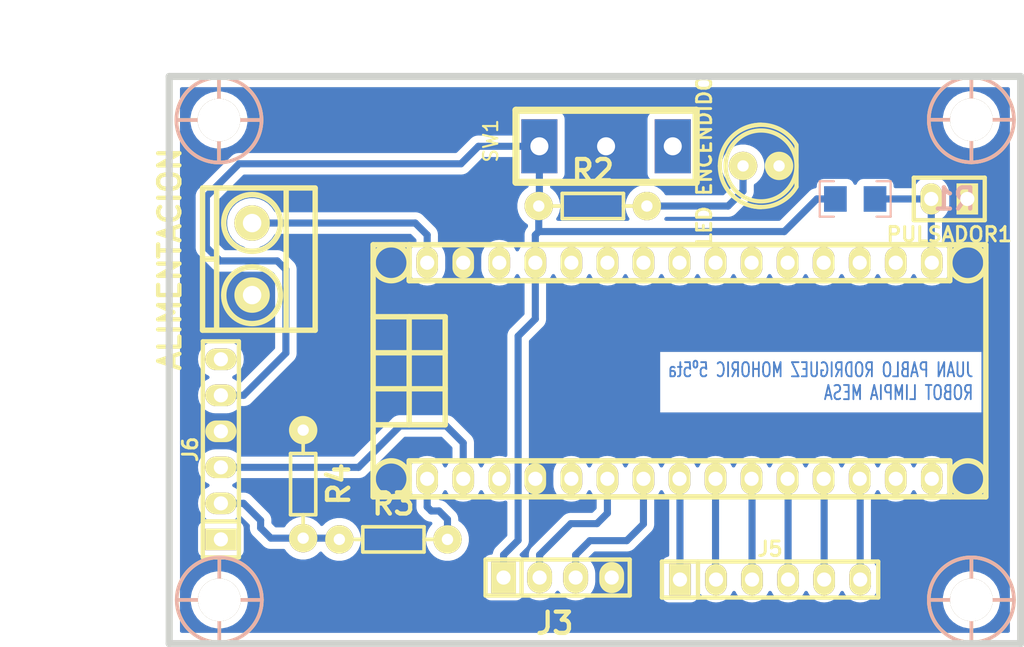
<source format=kicad_pcb>
(kicad_pcb (version 20171130) (host pcbnew "(5.1.0)-1")

  (general
    (thickness 1.6)
    (drawings 9)
    (tracks 78)
    (zones 0)
    (modules 16)
    (nets 34)
  )

  (page A4)
  (layers
    (0 F.Cu signal)
    (31 B.Cu signal)
    (32 B.Adhes user)
    (33 F.Adhes user)
    (34 B.Paste user)
    (35 F.Paste user)
    (36 B.SilkS user)
    (37 F.SilkS user)
    (38 B.Mask user)
    (39 F.Mask user)
    (40 Dwgs.User user)
    (41 Cmts.User user)
    (42 Eco1.User user)
    (43 Eco2.User user)
    (44 Edge.Cuts user)
    (45 Margin user)
    (46 B.CrtYd user)
    (47 F.CrtYd user)
    (48 B.Fab user)
    (49 F.Fab user)
  )

  (setup
    (last_trace_width 0.25)
    (user_trace_width 0.5)
    (trace_clearance 0.2)
    (zone_clearance 0.508)
    (zone_45_only no)
    (trace_min 0.2)
    (via_size 0.8)
    (via_drill 0.4)
    (via_min_size 0.4)
    (via_min_drill 0.3)
    (uvia_size 0.3)
    (uvia_drill 0.1)
    (uvias_allowed no)
    (uvia_min_size 0.2)
    (uvia_min_drill 0.1)
    (edge_width 0.1)
    (segment_width 0.2)
    (pcb_text_width 0.3)
    (pcb_text_size 1.5 1.5)
    (mod_edge_width 0.15)
    (mod_text_size 1 1)
    (mod_text_width 0.15)
    (pad_size 3 3)
    (pad_drill 3)
    (pad_to_mask_clearance 0)
    (aux_axis_origin 0 0)
    (visible_elements 7FFFFFFF)
    (pcbplotparams
      (layerselection 0x010fc_ffffffff)
      (usegerberextensions false)
      (usegerberattributes false)
      (usegerberadvancedattributes false)
      (creategerberjobfile false)
      (excludeedgelayer true)
      (linewidth 0.100000)
      (plotframeref false)
      (viasonmask false)
      (mode 1)
      (useauxorigin false)
      (hpglpennumber 1)
      (hpglpenspeed 20)
      (hpglpendiameter 15.000000)
      (psnegative false)
      (psa4output false)
      (plotreference true)
      (plotvalue true)
      (plotinvisibletext false)
      (padsonsilk false)
      (subtractmaskfromsilk false)
      (outputformat 1)
      (mirror false)
      (drillshape 1)
      (scaleselection 1)
      (outputdirectory ""))
  )

  (net 0 "")
  (net 1 "Net-(J1-Pad3)")
  (net 2 "Net-(J1-Pad5)")
  (net 3 /TRIGGER)
  (net 4 /ECHO)
  (net 5 /C)
  (net 6 /D)
  (net 7 /E)
  (net 8 /F)
  (net 9 /ENA)
  (net 10 /ENB)
  (net 11 "Net-(J1-Pad14)")
  (net 12 "Net-(J1-Pad15)")
  (net 13 /PULSADOR)
  (net 14 "Net-(J1-Pad17)")
  (net 15 "Net-(J1-Pad18)")
  (net 16 "Net-(J1-Pad19)")
  (net 17 "Net-(J1-Pad20)")
  (net 18 "Net-(J1-Pad21)")
  (net 19 "Net-(J1-Pad22)")
  (net 20 "Net-(J1-Pad23)")
  (net 21 "Net-(J1-Pad24)")
  (net 22 "Net-(J1-Pad25)")
  (net 23 "Net-(J1-Pad26)")
  (net 24 /5V)
  (net 25 "Net-(J1-Pad28)")
  (net 26 GND)
  (net 27 /VIN)
  (net 28 /TX)
  (net 29 "Net-(LED1-Pad1)")
  (net 30 /RX)
  (net 31 "Net-(J6-Pad1)")
  (net 32 "Net-(J6-Pad2)")
  (net 33 "Net-(J6-Pad6)")

  (net_class Default "Esta es la clase de red por defecto."
    (clearance 0.2)
    (trace_width 0.25)
    (via_dia 0.8)
    (via_drill 0.4)
    (uvia_dia 0.3)
    (uvia_drill 0.1)
    (add_net /5V)
    (add_net /C)
    (add_net /D)
    (add_net /E)
    (add_net /ECHO)
    (add_net /ENA)
    (add_net /ENB)
    (add_net /F)
    (add_net /PULSADOR)
    (add_net /RX)
    (add_net /TRIGGER)
    (add_net /TX)
    (add_net /VIN)
    (add_net GND)
    (add_net "Net-(J1-Pad14)")
    (add_net "Net-(J1-Pad15)")
    (add_net "Net-(J1-Pad17)")
    (add_net "Net-(J1-Pad18)")
    (add_net "Net-(J1-Pad19)")
    (add_net "Net-(J1-Pad20)")
    (add_net "Net-(J1-Pad21)")
    (add_net "Net-(J1-Pad22)")
    (add_net "Net-(J1-Pad23)")
    (add_net "Net-(J1-Pad24)")
    (add_net "Net-(J1-Pad25)")
    (add_net "Net-(J1-Pad26)")
    (add_net "Net-(J1-Pad28)")
    (add_net "Net-(J1-Pad3)")
    (add_net "Net-(J1-Pad5)")
    (add_net "Net-(J6-Pad1)")
    (add_net "Net-(J6-Pad2)")
    (add_net "Net-(J6-Pad6)")
    (add_net "Net-(LED1-Pad1)")
  )

  (module EESTN5:hole_3mm (layer F.Cu) (tedit 58D70F74) (tstamp 5DD073EE)
    (at 139.4558 117.2718)
    (descr "Hole 3mm")
    (path /5DD3230A)
    (fp_text reference H2 (at 0 -3.302) (layer F.SilkS) hide
      (effects (font (size 1.524 1.524) (thickness 0.3048)))
    )
    (fp_text value Mounting_Hole (at 5.334 0) (layer F.SilkS) hide
      (effects (font (size 1.524 1.524) (thickness 0.3048)))
    )
    (fp_line (start 0 -3) (end 0 3) (layer B.SilkS) (width 0.254))
    (fp_line (start -3 0) (end 3 0) (layer B.SilkS) (width 0.254))
    (fp_circle (center 0 0) (end 3 0) (layer B.SilkS) (width 0.254))
    (fp_circle (center 0 0) (end 3 0) (layer F.SilkS) (width 0.254))
    (fp_line (start -3 0) (end 3 0) (layer F.SilkS) (width 0.254))
    (fp_line (start 0 -3) (end 0 3) (layer F.SilkS) (width 0.254))
    (pad 1 thru_hole circle (at 0 0) (size 3 3) (drill 3) (layers *.Cu F.SilkS))
  )

  (module EESTN5:hole_3mm (layer F.Cu) (tedit 58D70F74) (tstamp 5DD073E3)
    (at 139.4333 83.4263)
    (descr "Hole 3mm")
    (path /5DD302A9)
    (fp_text reference H1 (at 0 -3.302) (layer F.SilkS) hide
      (effects (font (size 1.524 1.524) (thickness 0.3048)))
    )
    (fp_text value Mounting_Hole (at 5.334 0) (layer F.SilkS) hide
      (effects (font (size 1.524 1.524) (thickness 0.3048)))
    )
    (fp_line (start 0 -3) (end 0 3) (layer B.SilkS) (width 0.254))
    (fp_line (start -3 0) (end 3 0) (layer B.SilkS) (width 0.254))
    (fp_circle (center 0 0) (end 3 0) (layer B.SilkS) (width 0.254))
    (fp_circle (center 0 0) (end 3 0) (layer F.SilkS) (width 0.254))
    (fp_line (start -3 0) (end 3 0) (layer F.SilkS) (width 0.254))
    (fp_line (start 0 -3) (end 0 3) (layer F.SilkS) (width 0.254))
    (pad 1 thru_hole circle (at 0 0) (size 3 3) (drill 3) (layers *.Cu F.SilkS))
  )

  (module EESTN5:Pin_Header_6 (layer F.Cu) (tedit 0) (tstamp 5DD0800A)
    (at 178.27002 115.8362)
    (descr "Pin socket 6pin")
    (tags "CONN DEV")
    (path /5DDAB91F)
    (fp_text reference J5 (at 0 -2.159) (layer F.SilkS)
      (effects (font (size 1.016 1.016) (thickness 0.2032)))
    )
    (fp_text value L298 (at 0.254 -3.556) (layer F.SilkS) hide
      (effects (font (size 1.016 0.889) (thickness 0.2032)))
    )
    (fp_line (start 7.62 1.27) (end -7.62 1.27) (layer F.SilkS) (width 0.3048))
    (fp_line (start 7.62 -1.27) (end 7.62 1.27) (layer F.SilkS) (width 0.3048))
    (fp_line (start -7.62 -1.27) (end 7.62 -1.27) (layer F.SilkS) (width 0.3048))
    (fp_line (start -7.62 1.27) (end -7.62 -1.27) (layer F.SilkS) (width 0.3048))
    (fp_line (start -5.08 -1.27) (end -5.08 1.27) (layer F.SilkS) (width 0.3048))
    (pad 6 thru_hole oval (at 6.35 0) (size 1.524 2.19964) (drill 1.00076) (layers *.Cu *.Mask F.SilkS)
      (net 10 /ENB))
    (pad 5 thru_hole oval (at 3.81 0) (size 1.524 2.19964) (drill 1.00076) (layers *.Cu *.Mask F.SilkS)
      (net 9 /ENA))
    (pad 4 thru_hole oval (at 1.27 0) (size 1.524 2.19964) (drill 1.00076) (layers *.Cu *.Mask F.SilkS)
      (net 8 /F))
    (pad 3 thru_hole oval (at -1.27 0) (size 1.524 2.19964) (drill 1.00076) (layers *.Cu *.Mask F.SilkS)
      (net 7 /E))
    (pad 2 thru_hole oval (at -3.81 0) (size 1.524 2.19964) (drill 1.00076) (layers *.Cu *.Mask F.SilkS)
      (net 6 /D))
    (pad 1 thru_hole rect (at -6.35 0) (size 1.524 2.19964) (drill 1.00076) (layers *.Cu *.Mask F.SilkS)
      (net 5 /C))
    (model Pin_socket_6.wrl
      (at (xyz 0 0 0))
      (scale (xyz 1 1 1))
      (rotate (xyz 0 0 0))
    )
  )

  (module EESTN5:hole_3mm (layer F.Cu) (tedit 58D70F74) (tstamp 5DD073F9)
    (at 192.4558 83.40896)
    (descr "Hole 3mm")
    (path /5DD3148D)
    (fp_text reference H3 (at 0 -3.302) (layer F.SilkS) hide
      (effects (font (size 1.524 1.524) (thickness 0.3048)))
    )
    (fp_text value Mounting_Hole (at 5.334 0) (layer F.SilkS) hide
      (effects (font (size 1.524 1.524) (thickness 0.3048)))
    )
    (fp_line (start 0 -3) (end 0 3) (layer F.SilkS) (width 0.254))
    (fp_line (start -3 0) (end 3 0) (layer F.SilkS) (width 0.254))
    (fp_circle (center 0 0) (end 3 0) (layer F.SilkS) (width 0.254))
    (fp_circle (center 0 0) (end 3 0) (layer B.SilkS) (width 0.254))
    (fp_line (start -3 0) (end 3 0) (layer B.SilkS) (width 0.254))
    (fp_line (start 0 -3) (end 0 3) (layer B.SilkS) (width 0.254))
    (pad 1 thru_hole circle (at 0 0) (size 3 3) (drill 3) (layers *.Cu F.SilkS))
  )

  (module EESTN5:hole_3mm (layer F.Cu) (tedit 58D70F74) (tstamp 5DD07404)
    (at 192.4558 117.2718)
    (descr "Hole 3mm")
    (path /5DD31B30)
    (fp_text reference H4 (at 0 -3.302) (layer F.SilkS) hide
      (effects (font (size 1.524 1.524) (thickness 0.3048)))
    )
    (fp_text value Mounting_Hole (at 5.334 0) (layer F.SilkS) hide
      (effects (font (size 1.524 1.524) (thickness 0.3048)))
    )
    (fp_line (start 0 -3) (end 0 3) (layer B.SilkS) (width 0.254))
    (fp_line (start -3 0) (end 3 0) (layer B.SilkS) (width 0.254))
    (fp_circle (center 0 0) (end 3 0) (layer B.SilkS) (width 0.254))
    (fp_circle (center 0 0) (end 3 0) (layer F.SilkS) (width 0.254))
    (fp_line (start -3 0) (end 3 0) (layer F.SilkS) (width 0.254))
    (fp_line (start 0 -3) (end 0 3) (layer F.SilkS) (width 0.254))
    (pad 1 thru_hole circle (at 0 0) (size 3 3) (drill 3) (layers *.Cu F.SilkS))
  )

  (module EESTN5:arduino_nano_header (layer F.Cu) (tedit 591E5416) (tstamp 5DD0743A)
    (at 171.887001 101.111821)
    (descr "Arduino Nano Header")
    (tags Arduino)
    (path /5DD360E3)
    (fp_text reference J1 (at 0 1.27) (layer F.SilkS) hide
      (effects (font (size 1.016 1.016) (thickness 0.2032)))
    )
    (fp_text value Arduino_Nano_Header (at 0 -1.27) (layer F.SilkS) hide
      (effects (font (size 1.016 0.889) (thickness 0.2032)))
    )
    (fp_line (start -16.51 -1.27) (end -21.59 -1.27) (layer F.SilkS) (width 0.381))
    (fp_line (start -16.51 1.27) (end -21.59 1.27) (layer F.SilkS) (width 0.381))
    (fp_line (start -19.05 -3.81) (end -19.05 3.81) (layer F.SilkS) (width 0.381))
    (fp_line (start -21.59 -3.81) (end -16.51 -3.81) (layer F.SilkS) (width 0.381))
    (fp_line (start -16.51 -3.81) (end -16.51 3.81) (layer F.SilkS) (width 0.381))
    (fp_line (start -16.51 3.81) (end -21.59 3.81) (layer F.SilkS) (width 0.381))
    (fp_line (start 21.59 -8.89) (end -21.59 -8.89) (layer F.SilkS) (width 0.381))
    (fp_line (start -21.59 8.89) (end 21.59 8.89) (layer F.SilkS) (width 0.381))
    (fp_line (start -21.59 8.89) (end -21.59 -8.89) (layer F.SilkS) (width 0.381))
    (fp_line (start 21.59 8.89) (end 21.59 -8.89) (layer F.SilkS) (width 0.381))
    (fp_circle (center -20.32 -7.62) (end -21.59 -7.62) (layer F.SilkS) (width 0.381))
    (fp_circle (center -20.32 7.62) (end -21.59 7.62) (layer F.SilkS) (width 0.381))
    (fp_circle (center 20.32 -7.62) (end 21.59 -7.62) (layer F.SilkS) (width 0.381))
    (fp_circle (center 20.32 7.62) (end 21.59 7.62) (layer F.SilkS) (width 0.381))
    (fp_line (start 19.05 -6.35) (end -19.05 -6.35) (layer F.SilkS) (width 0.381))
    (fp_line (start -19.05 6.35) (end 19.05 6.35) (layer F.SilkS) (width 0.381))
    (fp_line (start 19.05 8.89) (end 19.05 6.35) (layer F.SilkS) (width 0.381))
    (fp_line (start 19.05 -6.35) (end 19.05 -8.89) (layer F.SilkS) (width 0.381))
    (fp_line (start -19.05 -8.89) (end -19.05 -6.35) (layer F.SilkS) (width 0.381))
    (fp_line (start -19.05 8.89) (end -19.05 6.35) (layer F.SilkS) (width 0.381))
    (pad 1 thru_hole oval (at -17.78 7.62) (size 1.524 2.19964) (drill 1.00076) (layers *.Cu *.Mask F.SilkS)
      (net 30 /RX))
    (pad 2 thru_hole oval (at -15.24 7.62) (size 1.524 2.19964) (drill 1.00076) (layers *.Cu *.Mask F.SilkS)
      (net 28 /TX))
    (pad 3 thru_hole oval (at -12.7 7.62) (size 1.524 2.19964) (drill 1.00076) (layers *.Cu *.Mask F.SilkS)
      (net 1 "Net-(J1-Pad3)"))
    (pad 4 thru_hole oval (at -10.16 7.62) (size 1.524 2.19964) (drill 1.00076) (layers *.Cu *.Mask F.SilkS)
      (net 26 GND))
    (pad 5 thru_hole oval (at -7.62 7.62) (size 1.524 2.19964) (drill 1.00076) (layers *.Cu *.Mask F.SilkS)
      (net 2 "Net-(J1-Pad5)"))
    (pad 6 thru_hole oval (at -5.08 7.62) (size 1.524 2.19964) (drill 1.00076) (layers *.Cu *.Mask F.SilkS)
      (net 3 /TRIGGER))
    (pad 7 thru_hole oval (at -2.54 7.62) (size 1.524 2.19964) (drill 1.00076) (layers *.Cu *.Mask F.SilkS)
      (net 4 /ECHO))
    (pad 8 thru_hole oval (at 0 7.62) (size 1.524 2.19964) (drill 1.00076) (layers *.Cu *.Mask F.SilkS)
      (net 5 /C))
    (pad 9 thru_hole oval (at 2.54 7.62) (size 1.524 2.19964) (drill 1.00076) (layers *.Cu *.Mask F.SilkS)
      (net 6 /D))
    (pad 10 thru_hole oval (at 5.08 7.62) (size 1.524 2.19964) (drill 1.00076) (layers *.Cu *.Mask F.SilkS)
      (net 7 /E))
    (pad 11 thru_hole oval (at 7.62 7.62) (size 1.524 2.19964) (drill 1.00076) (layers *.Cu *.Mask F.SilkS)
      (net 8 /F))
    (pad 12 thru_hole oval (at 10.16 7.62) (size 1.524 2.19964) (drill 1.00076) (layers *.Cu *.Mask F.SilkS)
      (net 9 /ENA))
    (pad 13 thru_hole oval (at 12.7 7.62) (size 1.524 2.19964) (drill 1.00076) (layers *.Cu *.Mask F.SilkS)
      (net 10 /ENB))
    (pad 14 thru_hole oval (at 15.24 7.62) (size 1.524 2.19964) (drill 1.00076) (layers *.Cu *.Mask F.SilkS)
      (net 11 "Net-(J1-Pad14)"))
    (pad 15 thru_hole oval (at 17.78 7.62) (size 1.524 2.19964) (drill 1.00076) (layers *.Cu *.Mask F.SilkS)
      (net 12 "Net-(J1-Pad15)"))
    (pad 16 thru_hole oval (at 17.78 -7.62) (size 1.524 2.19964) (drill 1.00076) (layers *.Cu *.Mask F.SilkS)
      (net 13 /PULSADOR))
    (pad 17 thru_hole oval (at 15.24 -7.62) (size 1.524 2.19964) (drill 1.00076) (layers *.Cu *.Mask F.SilkS)
      (net 14 "Net-(J1-Pad17)"))
    (pad 18 thru_hole oval (at 12.7 -7.62) (size 1.524 2.19964) (drill 1.00076) (layers *.Cu *.Mask F.SilkS)
      (net 15 "Net-(J1-Pad18)"))
    (pad 19 thru_hole oval (at 10.16 -7.62) (size 1.524 2.19964) (drill 1.00076) (layers *.Cu *.Mask F.SilkS)
      (net 16 "Net-(J1-Pad19)"))
    (pad 20 thru_hole oval (at 7.62 -7.62) (size 1.524 2.1971) (drill 1.00076) (layers *.Cu *.Mask F.SilkS)
      (net 17 "Net-(J1-Pad20)"))
    (pad 21 thru_hole oval (at 5.08 -7.62) (size 1.524 2.1971) (drill 1.00076) (layers *.Cu *.Mask F.SilkS)
      (net 18 "Net-(J1-Pad21)"))
    (pad 22 thru_hole oval (at 2.54 -7.62) (size 1.524 2.1971) (drill 1.00076) (layers *.Cu *.Mask F.SilkS)
      (net 19 "Net-(J1-Pad22)"))
    (pad 23 thru_hole oval (at 0 -7.62) (size 1.524 2.1971) (drill 1.00076) (layers *.Cu *.Mask F.SilkS)
      (net 20 "Net-(J1-Pad23)"))
    (pad 24 thru_hole oval (at -2.54 -7.62) (size 1.524 2.1971) (drill 0.99822) (layers *.Cu *.Mask F.SilkS)
      (net 21 "Net-(J1-Pad24)"))
    (pad 25 thru_hole oval (at -5.08 -7.62) (size 1.524 2.1971) (drill 0.99822) (layers *.Cu *.Mask F.SilkS)
      (net 22 "Net-(J1-Pad25)"))
    (pad 26 thru_hole oval (at -7.62 -7.62) (size 1.524 2.1971) (drill 0.99822) (layers *.Cu *.Mask F.SilkS)
      (net 23 "Net-(J1-Pad26)"))
    (pad 27 thru_hole oval (at -10.16 -7.62) (size 1.524 2.1971) (drill 0.99822) (layers *.Cu *.Mask F.SilkS)
      (net 24 /5V))
    (pad 28 thru_hole oval (at -12.7 -7.62) (size 1.524 2.1971) (drill 0.99822) (layers *.Cu *.Mask F.SilkS)
      (net 25 "Net-(J1-Pad28)"))
    (pad 29 thru_hole oval (at -15.24 -7.62) (size 1.524 2.1971) (drill 0.99822) (layers *.Cu *.Mask F.SilkS)
      (net 26 GND))
    (pad 30 thru_hole oval (at -17.78 -7.62) (size 1.524 2.1971) (drill 0.99822) (layers *.Cu *.Mask F.SilkS)
      (net 27 /VIN))
    (model Arduino_Nano_Board.wrl
      (at (xyz 0 0 0))
      (scale (xyz 1 1 1))
      (rotate (xyz 0 0 0))
    )
  )

  (module EESTN5:BORNERA2_AZUL (layer F.Cu) (tedit 59126E49) (tstamp 5DD07449)
    (at 141.7689 93.2348 270)
    (descr "2-way 5.08mm pitch terminal block, Phoenix MKDS series")
    (path /5DBB7CC7)
    (fp_text reference J2 (at 0 -6.7 270) (layer F.SilkS) hide
      (effects (font (size 1.5 1.5) (thickness 0.3)))
    )
    (fp_text value ALIMENTACION (at 0 5.8 270) (layer F.SilkS)
      (effects (font (size 1.5 1.5) (thickness 0.3)))
    )
    (fp_line (start 0 2.54) (end 0 3.4845) (layer F.SilkS) (width 0.381))
    (fp_circle (center 2.55 0) (end 0.55 0) (layer F.SilkS) (width 0.381))
    (fp_circle (center -2.55 0) (end -0.55 0) (layer F.SilkS) (width 0.381))
    (fp_line (start -5 2.5) (end 5 2.5) (layer F.SilkS) (width 0.381))
    (fp_line (start -5 -2.4) (end 5 -2.4) (layer F.SilkS) (width 0.381))
    (fp_line (start -4.9835 3.4925) (end 5.0165 3.4925) (layer F.SilkS) (width 0.381))
    (fp_line (start 5.0165 3.4925) (end 5.0165 -4.445) (layer F.SilkS) (width 0.381))
    (fp_line (start 5.0165 -4.445) (end -4.9835 -4.445) (layer F.SilkS) (width 0.381))
    (fp_line (start -5.0165 -4.445) (end -5.0165 3.4925) (layer F.SilkS) (width 0.381))
    (pad 1 thru_hole circle (at -2.54 0 270) (size 2.5 2.5) (drill 1.3) (layers *.Cu *.Mask F.SilkS)
      (net 27 /VIN))
    (pad 2 thru_hole circle (at 2.54 0 270) (size 2.5 2.5) (drill 1.3) (layers *.Cu *.Mask F.SilkS)
      (net 26 GND))
    (model Bornera2_Azul.wrl
      (at (xyz 0 0 0))
      (scale (xyz 1 1 1))
      (rotate (xyz 0 0 0))
    )
  )

  (module EESTN5:pin_strip_4 (layer F.Cu) (tedit 5965754F) (tstamp 5DD07456)
    (at 163.2989 115.6948)
    (descr "Pin strip 4pin")
    (tags "CONN DEV")
    (path /5DD099DA)
    (fp_text reference J3 (at -0.2032 3.2258) (layer F.SilkS)
      (effects (font (size 1.5 1.5) (thickness 0.3)))
    )
    (fp_text value ULTRASONIDO1 (at 0.254 -3.556) (layer F.SilkS) hide
      (effects (font (size 1.016 0.889) (thickness 0.2032)))
    )
    (fp_line (start 5.08 -1.27) (end 5.08 1.27) (layer F.SilkS) (width 0.3048))
    (fp_line (start -5.08 1.27) (end -5.08 -1.27) (layer F.SilkS) (width 0.3048))
    (fp_line (start -5.08 -1.27) (end 5.08 -1.27) (layer F.SilkS) (width 0.3048))
    (fp_line (start 5.08 1.27) (end -5.08 1.27) (layer F.SilkS) (width 0.3048))
    (fp_line (start -2.54 -1.27) (end -2.54 1.27) (layer F.SilkS) (width 0.3048))
    (pad 4 thru_hole oval (at 3.81 0) (size 1.75 2.2) (drill 1.00076) (layers *.Cu *.Mask F.SilkS)
      (net 26 GND))
    (pad 3 thru_hole oval (at 1.27 0) (size 1.75 2.2) (drill 1.00076) (layers *.Cu *.Mask F.SilkS)
      (net 4 /ECHO))
    (pad 2 thru_hole oval (at -1.27 0) (size 1.75 2.2) (drill 1.00076) (layers *.Cu *.Mask F.SilkS)
      (net 3 /TRIGGER))
    (pad 1 thru_hole rect (at -3.81 0) (size 1.75 2.2) (drill 1.00076) (layers *.Cu *.Mask F.SilkS)
      (net 24 /5V))
    (model Pin_Strip_4_2.54_V.wrl
      (at (xyz 0 0 0))
      (scale (xyz 1 1 1))
      (rotate (xyz 0 0 0))
    )
  )

  (module EESTN5:pin_socket_6 (layer F.Cu) (tedit 0) (tstamp 5DD0747C)
    (at 139.5689 106.65284 90)
    (descr "Pin socket 6pin")
    (tags "CONN DEV")
    (path /5DD83759)
    (fp_text reference J6 (at 0 -2.159 90) (layer F.SilkS)
      (effects (font (size 1.016 1.016) (thickness 0.2032)))
    )
    (fp_text value HC-05 (at 0.254 -3.556 90) (layer F.SilkS) hide
      (effects (font (size 1.016 0.889) (thickness 0.2032)))
    )
    (fp_line (start -5.08 -1.27) (end -5.08 1.27) (layer F.SilkS) (width 0.3048))
    (fp_line (start -7.62 1.27) (end -7.62 -1.27) (layer F.SilkS) (width 0.3048))
    (fp_line (start -7.62 -1.27) (end 7.62 -1.27) (layer F.SilkS) (width 0.3048))
    (fp_line (start 7.62 -1.27) (end 7.62 1.27) (layer F.SilkS) (width 0.3048))
    (fp_line (start 7.62 1.27) (end -7.62 1.27) (layer F.SilkS) (width 0.3048))
    (pad 1 thru_hole rect (at -6.35 0 90) (size 1.524 2.19964) (drill 1.00076) (layers *.Cu *.Mask F.SilkS)
      (net 31 "Net-(J6-Pad1)"))
    (pad 2 thru_hole oval (at -3.81 0 90) (size 1.524 2.19964) (drill 1.00076) (layers *.Cu *.Mask F.SilkS)
      (net 32 "Net-(J6-Pad2)"))
    (pad 3 thru_hole oval (at -1.27 0 90) (size 1.524 2.19964) (drill 1.00076) (layers *.Cu *.Mask F.SilkS)
      (net 28 /TX))
    (pad 4 thru_hole oval (at 1.27 0 90) (size 1.524 2.19964) (drill 1.00076) (layers *.Cu *.Mask F.SilkS)
      (net 26 GND))
    (pad 5 thru_hole oval (at 3.81 0 90) (size 1.524 2.19964) (drill 1.00076) (layers *.Cu *.Mask F.SilkS)
      (net 24 /5V))
    (pad 6 thru_hole oval (at 6.35 0 90) (size 1.524 2.19964) (drill 1.00076) (layers *.Cu *.Mask F.SilkS)
      (net 33 "Net-(J6-Pad6)"))
    (model walter/pin_strip/pin_socket_6.wrl
      (at (xyz 0 0 0))
      (scale (xyz 1 1 1))
      (rotate (xyz 0 0 0))
    )
  )

  (module EESTN5:led_5mm_red (layer F.Cu) (tedit 5936113A) (tstamp 5DD07488)
    (at 177.6349 86.6648 90)
    (descr "5mm red led")
    (tags led)
    (path /5DD763D2)
    (fp_text reference LED1 (at 0 4 90) (layer F.SilkS) hide
      (effects (font (size 1 1) (thickness 0.2)))
    )
    (fp_text value " LED ENCENDIDO" (at 0 -4 90) (layer F.SilkS)
      (effects (font (size 1 1) (thickness 0.2)))
    )
    (fp_line (start -1.47066 2.49936) (end 1.47066 2.49936) (layer F.SilkS) (width 0.29972))
    (fp_arc (start 0 0) (end 2.4892 -1.49098) (angle 90) (layer F.SilkS) (width 0.29972))
    (fp_arc (start 0 0) (end -1.47066 2.49936) (angle 90) (layer F.SilkS) (width 0.29972))
    (fp_arc (start 0 0) (end 0 -2.90068) (angle 90) (layer F.SilkS) (width 0.29972))
    (fp_arc (start 0 0) (end -2.90068 0) (angle 90) (layer F.SilkS) (width 0.29972))
    (fp_circle (center 0 0) (end -2.49936 0) (layer F.SilkS) (width 0.29972))
    (pad 1 thru_hole circle (at 0 -1.27 90) (size 1.99898 1.99898) (drill 0.8001) (layers *.Cu *.Mask F.SilkS)
      (net 29 "Net-(LED1-Pad1)"))
    (pad 2 thru_hole circle (at 0 1.27 90) (size 1.99898 1.99898) (drill 0.8001) (layers *.Cu *.Mask F.SilkS)
      (net 26 GND))
    (model led_5mm_red.wrl
      (at (xyz 0 0 0))
      (scale (xyz 1 1 1))
      (rotate (xyz 0 0 0))
    )
  )

  (module EESTN5:Pin_strip_2 (layer F.Cu) (tedit 5DD07382) (tstamp 5DD07492)
    (at 190.8989 88.9948 180)
    (descr "Pin strip 2pin")
    (tags "CONN DEV")
    (path /5DD28805)
    (fp_text reference PULSADOR1 (at 0 -2.5 180) (layer F.SilkS)
      (effects (font (size 1.016 1.016) (thickness 0.2032)))
    )
    (fp_text value SW_Push (at 0.254 -3.556 180) (layer F.SilkS) hide
      (effects (font (size 1.016 0.889) (thickness 0.2032)))
    )
    (fp_line (start 2.5 1.5) (end -2.5 1.5) (layer F.SilkS) (width 0.3048))
    (fp_line (start -2.5 -1.5) (end 2.5 -1.5) (layer F.SilkS) (width 0.3048))
    (fp_line (start -2.5 1.5) (end -2.5 -1.5) (layer F.SilkS) (width 0.3048))
    (fp_line (start 2.5 -1.5) (end 2.5 1.5) (layer F.SilkS) (width 0.3048))
    (pad 1 thru_hole rect (at -1.27 0 180) (size 1.524 2.19964) (drill 1.00076) (layers *.Cu *.Mask F.SilkS)
      (net 26 GND))
    (pad 2 thru_hole oval (at 1.27 0 180) (size 1.524 2.19964) (drill 1.00076) (layers *.Cu *.Mask F.SilkS)
      (net 13 /PULSADOR))
    (model pin_strip_2.wrl
      (at (xyz 0 0 0))
      (scale (xyz 1 1 1))
      (rotate (xyz 0 0 0))
    )
  )

  (module EESTN5:R_1206 (layer B.Cu) (tedit 5ABB6CAB) (tstamp 5DD0749E)
    (at 184.2689 88.9948 180)
    (descr "SMT resistor, 1206")
    (path /5DD8DCC3)
    (fp_text reference R1 (at -7 0 180) (layer B.SilkS)
      (effects (font (size 1.5 1.5) (thickness 0.3)) (justify mirror))
    )
    (fp_text value 10K (at 5 0 180) (layer B.SilkS) hide
      (effects (font (size 1.5 1.5) (thickness 0.3)) (justify mirror))
    )
    (fp_line (start 1.5 1.25) (end 2.5 1.25) (layer B.SilkS) (width 0.15))
    (fp_line (start 1.5 -1.25) (end 2.5 -1.25) (layer B.SilkS) (width 0.15))
    (fp_line (start 2.5 -1.25) (end 2.5 1.25) (layer B.SilkS) (width 0.15))
    (fp_line (start -2.5 1.25) (end -2.5 -1.25) (layer B.SilkS) (width 0.15))
    (fp_line (start -2.5 -1.25) (end -1.5 -1.25) (layer B.SilkS) (width 0.15))
    (fp_line (start -1.5 1.25) (end -2.5 1.25) (layer B.SilkS) (width 0.15))
    (pad 1 smd rect (at 1.397 0 180) (size 1.6002 1.8034) (layers B.Cu B.Paste B.Mask)
      (net 24 /5V))
    (pad 2 smd rect (at -1.397 0 180) (size 1.6002 1.8034) (layers B.Cu B.Paste B.Mask)
      (net 13 /PULSADOR))
    (model R_1206.wrl
      (at (xyz 0 0 0))
      (scale (xyz 1 1 1))
      (rotate (xyz 0 0 0))
    )
  )

  (module EESTN5:RES0.3 (layer F.Cu) (tedit 5AC5EBC4) (tstamp 5DD074AA)
    (at 165.7789 89.4948)
    (descr "Resistor, RC03")
    (tags R)
    (path /5DD8E38B)
    (autoplace_cost180 10)
    (fp_text reference R2 (at 0 -2.5) (layer F.SilkS)
      (effects (font (size 1.5 1.5) (thickness 0.3)))
    )
    (fp_text value 220 (at 0 2.032) (layer F.SilkS) hide
      (effects (font (size 1.5 1.5) (thickness 0.3)))
    )
    (fp_line (start 2.159 0) (end 3.81 0) (layer F.SilkS) (width 0.254))
    (fp_line (start -2.159 0) (end -3.81 0) (layer F.SilkS) (width 0.254))
    (fp_line (start -2.159 -0.889) (end -2.159 0.889) (layer F.SilkS) (width 0.254))
    (fp_line (start -2.159 0.889) (end 2.159 0.889) (layer F.SilkS) (width 0.254))
    (fp_line (start 2.159 0.889) (end 2.159 -0.889) (layer F.SilkS) (width 0.254))
    (fp_line (start 2.159 -0.889) (end -2.159 -0.889) (layer F.SilkS) (width 0.254))
    (pad 1 thru_hole circle (at -3.81 0) (size 1.99898 1.99898) (drill 0.8001) (layers *.Cu *.Mask F.SilkS)
      (net 24 /5V))
    (pad 2 thru_hole circle (at 3.81 0) (size 1.99898 1.99898) (drill 0.8001) (layers *.Cu *.Mask F.SilkS)
      (net 29 "Net-(LED1-Pad1)"))
    (model res0.3.wrl
      (offset (xyz 1.523999977111816 0 1.015999984741211))
      (scale (xyz 0.393701 0.393701 0.393701))
      (rotate (xyz -90 0 90))
    )
  )

  (module EESTN5:RES0.3 (layer F.Cu) (tedit 5AC5EBC4) (tstamp 5DD074B6)
    (at 151.7269 113.0046)
    (descr "Resistor, RC03")
    (tags R)
    (path /5DD8E831)
    (autoplace_cost180 10)
    (fp_text reference R3 (at 0 -2.5) (layer F.SilkS)
      (effects (font (size 1.5 1.5) (thickness 0.3)))
    )
    (fp_text value 1K (at 0 2.032) (layer F.SilkS) hide
      (effects (font (size 1.5 1.5) (thickness 0.3)))
    )
    (fp_line (start 2.159 -0.889) (end -2.159 -0.889) (layer F.SilkS) (width 0.254))
    (fp_line (start 2.159 0.889) (end 2.159 -0.889) (layer F.SilkS) (width 0.254))
    (fp_line (start -2.159 0.889) (end 2.159 0.889) (layer F.SilkS) (width 0.254))
    (fp_line (start -2.159 -0.889) (end -2.159 0.889) (layer F.SilkS) (width 0.254))
    (fp_line (start -2.159 0) (end -3.81 0) (layer F.SilkS) (width 0.254))
    (fp_line (start 2.159 0) (end 3.81 0) (layer F.SilkS) (width 0.254))
    (pad 2 thru_hole circle (at 3.81 0) (size 1.99898 1.99898) (drill 0.8001) (layers *.Cu *.Mask F.SilkS)
      (net 30 /RX))
    (pad 1 thru_hole circle (at -3.81 0) (size 1.99898 1.99898) (drill 0.8001) (layers *.Cu *.Mask F.SilkS)
      (net 32 "Net-(J6-Pad2)"))
    (model res0.3.wrl
      (offset (xyz 1.523999977111816 0 1.015999984741211))
      (scale (xyz 0.393701 0.393701 0.393701))
      (rotate (xyz -90 0 90))
    )
  )

  (module EESTN5:RES0.3 (layer F.Cu) (tedit 5AC5EBC4) (tstamp 5DD074C2)
    (at 145.3675 109.10648 270)
    (descr "Resistor, RC03")
    (tags R)
    (path /5DD8F286)
    (autoplace_cost180 10)
    (fp_text reference R4 (at 0 -2.5 270) (layer F.SilkS)
      (effects (font (size 1.5 1.5) (thickness 0.3)))
    )
    (fp_text value 2K (at 0 2.032 270) (layer F.SilkS) hide
      (effects (font (size 1.5 1.5) (thickness 0.3)))
    )
    (fp_line (start 2.159 0) (end 3.81 0) (layer F.SilkS) (width 0.254))
    (fp_line (start -2.159 0) (end -3.81 0) (layer F.SilkS) (width 0.254))
    (fp_line (start -2.159 -0.889) (end -2.159 0.889) (layer F.SilkS) (width 0.254))
    (fp_line (start -2.159 0.889) (end 2.159 0.889) (layer F.SilkS) (width 0.254))
    (fp_line (start 2.159 0.889) (end 2.159 -0.889) (layer F.SilkS) (width 0.254))
    (fp_line (start 2.159 -0.889) (end -2.159 -0.889) (layer F.SilkS) (width 0.254))
    (pad 1 thru_hole circle (at -3.81 0 270) (size 1.99898 1.99898) (drill 0.8001) (layers *.Cu *.Mask F.SilkS)
      (net 26 GND))
    (pad 2 thru_hole circle (at 3.81 0 270) (size 1.99898 1.99898) (drill 0.8001) (layers *.Cu *.Mask F.SilkS)
      (net 32 "Net-(J6-Pad2)"))
    (model res0.3.wrl
      (offset (xyz 1.523999977111816 0 1.015999984741211))
      (scale (xyz 0.393701 0.393701 0.393701))
      (rotate (xyz -90 0 90))
    )
  )

  (module EESTN5:SW_SPDT_TH_Vertical (layer F.Cu) (tedit 5965222F) (tstamp 5DD074CD)
    (at 166.7129 85.2805 90)
    (descr "Switch inverseur")
    (tags "SWITCH DEV")
    (path /5DBB98B1)
    (fp_text reference SW1 (at 0.381 -8.128 270) (layer F.SilkS)
      (effects (font (size 1 1) (thickness 0.15)))
    )
    (fp_text value SW_Push (at -0.391601 7.6 90) (layer F.Fab) hide
      (effects (font (size 1 1) (thickness 0.15)))
    )
    (fp_line (start 2.54 -6.35) (end -2.54 -6.35) (layer F.SilkS) (width 0.5))
    (fp_line (start -2.54 -6.35) (end -2.54 6.35) (layer F.SilkS) (width 0.5))
    (fp_line (start -2.54 6.35) (end 2.54 6.35) (layer F.SilkS) (width 0.508))
    (fp_line (start 2.54 -6.35) (end 2.54 6.35) (layer F.SilkS) (width 0.508))
    (pad 2 thru_hole rect (at 0 0 90) (size 3.81 2.54) (drill 1.27) (layers *.Cu *.Mask)
      (net 26 GND))
    (pad 1 thru_hole rect (at 0 -4.7 90) (size 3.81 2.54) (drill 1.27) (layers *.Cu *.Mask)
      (net 24 /5V))
    (pad 3 thru_hole rect (at 0 4.7 90) (size 3.81 2.54) (drill 1.27) (layers *.Cu *.Mask))
  )

  (gr_text "JUAN PABLO RODRIGUEZ MOHORIC 5º5ta\nROBOT LIMPIA MESA" (at 192.659 101.854) (layer B.Cu)
    (effects (font (size 1 0.7) (thickness 0.125)) (justify left mirror))
  )
  (dimension 3 (width 0.15) (layer Dwgs.User)
    (gr_text "3,000 mm" (at 132.685 81.9263 90) (layer Dwgs.User)
      (effects (font (size 1 1) (thickness 0.15)))
    )
    (feature1 (pts (xy 139.4333 80.4263) (xy 133.398579 80.4263)))
    (feature2 (pts (xy 139.4333 83.4263) (xy 133.398579 83.4263)))
    (crossbar (pts (xy 133.985 83.4263) (xy 133.985 80.4263)))
    (arrow1a (pts (xy 133.985 80.4263) (xy 134.571421 81.552804)))
    (arrow1b (pts (xy 133.985 80.4263) (xy 133.398579 81.552804)))
    (arrow2a (pts (xy 133.985 83.4263) (xy 134.571421 82.299796)))
    (arrow2b (pts (xy 133.985 83.4263) (xy 133.398579 82.299796)))
  )
  (dimension 3.50012 (width 0.15) (layer Dwgs.User)
    (gr_text "3,500 mm" (at 137.68324 77.92768) (layer Dwgs.User)
      (effects (font (size 1 1) (thickness 0.15)))
    )
    (feature1 (pts (xy 135.93318 83.4263) (xy 135.93318 78.641259)))
    (feature2 (pts (xy 139.4333 83.4263) (xy 139.4333 78.641259)))
    (crossbar (pts (xy 139.4333 79.22768) (xy 135.93318 79.22768)))
    (arrow1a (pts (xy 135.93318 79.22768) (xy 137.059684 78.641259)))
    (arrow1b (pts (xy 135.93318 79.22768) (xy 137.059684 79.814101)))
    (arrow2a (pts (xy 139.4333 79.22768) (xy 138.306796 78.641259)))
    (arrow2b (pts (xy 139.4333 79.22768) (xy 138.306796 79.814101)))
  )
  (dimension 60 (width 0.15) (layer Dwgs.User)
    (gr_text "60,000 mm" (at 165.92788 75.662) (layer Dwgs.User)
      (effects (font (size 1 1) (thickness 0.15)))
    )
    (feature1 (pts (xy 195.92788 80.35416) (xy 195.92788 76.375579)))
    (feature2 (pts (xy 135.92788 80.35416) (xy 135.92788 76.375579)))
    (crossbar (pts (xy 135.92788 76.962) (xy 195.92788 76.962)))
    (arrow1a (pts (xy 195.92788 76.962) (xy 194.801376 77.548421)))
    (arrow1b (pts (xy 195.92788 76.962) (xy 194.801376 76.375579)))
    (arrow2a (pts (xy 135.92788 76.962) (xy 137.054384 77.548421)))
    (arrow2b (pts (xy 135.92788 76.962) (xy 137.054384 76.375579)))
  )
  (dimension 40 (width 0.15) (layer Dwgs.User)
    (gr_text "40,000 mm" (at 127.6685 100.35416 270) (layer Dwgs.User)
      (effects (font (size 1 1) (thickness 0.15)))
    )
    (feature1 (pts (xy 135.92788 120.35416) (xy 128.382079 120.35416)))
    (feature2 (pts (xy 135.92788 80.35416) (xy 128.382079 80.35416)))
    (crossbar (pts (xy 128.9685 80.35416) (xy 128.9685 120.35416)))
    (arrow1a (pts (xy 128.9685 120.35416) (xy 128.382079 119.227656)))
    (arrow1b (pts (xy 128.9685 120.35416) (xy 129.554921 119.227656)))
    (arrow2a (pts (xy 128.9685 80.35416) (xy 128.382079 81.480664)))
    (arrow2b (pts (xy 128.9685 80.35416) (xy 129.554921 81.480664)))
  )
  (gr_line (start 195.92788 80.35416) (end 195.92788 120.35416) (layer Edge.Cuts) (width 0.5))
  (gr_line (start 135.92788 120.35416) (end 195.92788 120.35416) (layer Edge.Cuts) (width 0.5))
  (gr_line (start 135.92788 120.35416) (end 135.92788 80.35416) (layer Edge.Cuts) (width 0.5) (tstamp 5DD076ED))
  (gr_line (start 135.92788 80.35416) (end 195.92788 80.35416) (layer Edge.Cuts) (width 0.5) (tstamp 5DD076EA))

  (segment (start 162.0289 114.0948) (end 164.2289 111.8948) (width 0.5) (layer B.Cu) (net 3))
  (segment (start 162.0289 115.6948) (end 162.0289 114.0948) (width 0.5) (layer B.Cu) (net 3))
  (segment (start 164.2289 111.8948) (end 166.0689 111.8948) (width 0.5) (layer B.Cu) (net 3))
  (segment (start 166.807001 111.156699) (end 166.807001 108.731821) (width 0.5) (layer B.Cu) (net 3))
  (segment (start 166.0689 111.8948) (end 166.807001 111.156699) (width 0.5) (layer B.Cu) (net 3))
  (segment (start 164.5689 114.0948) (end 165.5689 113.0948) (width 0.5) (layer B.Cu) (net 4))
  (segment (start 164.5689 115.6948) (end 164.5689 114.0948) (width 0.5) (layer B.Cu) (net 4))
  (segment (start 165.5689 113.0948) (end 168.1689 113.0948) (width 0.5) (layer B.Cu) (net 4))
  (segment (start 169.347001 111.916699) (end 169.347001 108.731821) (width 0.5) (layer B.Cu) (net 4))
  (segment (start 168.1689 113.0948) (end 169.347001 111.916699) (width 0.5) (layer B.Cu) (net 4))
  (segment (start 171.92002 108.76484) (end 171.887001 108.731821) (width 0.5) (layer B.Cu) (net 5))
  (segment (start 171.92002 115.8362) (end 171.92002 108.76484) (width 0.5) (layer B.Cu) (net 5))
  (segment (start 174.427001 115.803181) (end 174.46002 115.8362) (width 0.5) (layer B.Cu) (net 6))
  (segment (start 174.427001 108.731821) (end 174.427001 115.803181) (width 0.5) (layer B.Cu) (net 6))
  (segment (start 177.00002 108.76484) (end 176.967001 108.731821) (width 0.5) (layer B.Cu) (net 7))
  (segment (start 177.00002 115.8362) (end 177.00002 108.76484) (width 0.5) (layer B.Cu) (net 7))
  (segment (start 179.54002 108.76484) (end 179.507001 108.731821) (width 0.5) (layer B.Cu) (net 8))
  (segment (start 179.54002 115.8362) (end 179.54002 108.76484) (width 0.5) (layer B.Cu) (net 8))
  (segment (start 182.08002 108.76484) (end 182.047001 108.731821) (width 0.5) (layer B.Cu) (net 9))
  (segment (start 182.08002 115.8362) (end 182.08002 108.76484) (width 0.5) (layer B.Cu) (net 9))
  (segment (start 184.62002 108.76484) (end 184.587001 108.731821) (width 0.5) (layer B.Cu) (net 10))
  (segment (start 184.62002 115.8362) (end 184.62002 108.76484) (width 0.5) (layer B.Cu) (net 10))
  (segment (start 189.6289 88.9948) (end 185.6659 88.9948) (width 0.5) (layer B.Cu) (net 13))
  (segment (start 189.6289 93.45372) (end 189.667001 93.491821) (width 0.5) (layer B.Cu) (net 13))
  (segment (start 189.6289 88.9948) (end 189.6289 93.45372) (width 0.5) (layer B.Cu) (net 13))
  (segment (start 161.9689 89.4948) (end 161.9689 91.2948) (width 0.5) (layer B.Cu) (net 24))
  (segment (start 161.727001 91.536699) (end 161.727001 93.491821) (width 0.5) (layer B.Cu) (net 24))
  (segment (start 161.9689 91.2948) (end 161.727001 91.536699) (width 0.5) (layer B.Cu) (net 24))
  (segment (start 179.2718 91.2948) (end 161.9689 91.2948) (width 0.5) (layer B.Cu) (net 24))
  (segment (start 181.5718 88.9948) (end 179.2718 91.2948) (width 0.5) (layer B.Cu) (net 24))
  (segment (start 182.8719 88.9948) (end 181.5718 88.9948) (width 0.5) (layer B.Cu) (net 24))
  (segment (start 160.514991 113.068709) (end 160.514991 98.668709) (width 0.5) (layer B.Cu) (net 24))
  (segment (start 159.4889 115.6948) (end 159.4889 114.0948) (width 0.5) (layer B.Cu) (net 24))
  (segment (start 159.4889 114.0948) (end 160.514991 113.068709) (width 0.5) (layer B.Cu) (net 24))
  (segment (start 161.727001 97.456699) (end 161.727001 93.491821) (width 0.5) (layer B.Cu) (net 24))
  (segment (start 160.514991 98.668709) (end 161.727001 97.456699) (width 0.5) (layer B.Cu) (net 24))
  (segment (start 162.0129 89.4508) (end 161.9689 89.4948) (width 0.5) (layer B.Cu) (net 24))
  (segment (start 162.0129 85.2805) (end 162.0129 89.4508) (width 0.5) (layer B.Cu) (net 24))
  (segment (start 157.7213 85.2805) (end 162.0129 85.2805) (width 0.5) (layer B.Cu) (net 24))
  (segment (start 156.487 86.5148) (end 157.7213 85.2805) (width 0.5) (layer B.Cu) (net 24))
  (segment (start 138.5489 88.8148) (end 140.8489 86.5148) (width 0.5) (layer B.Cu) (net 24))
  (segment (start 138.5489 92.4048) (end 138.5489 88.8148) (width 0.5) (layer B.Cu) (net 24))
  (segment (start 139.5689 102.84284) (end 141.16872 102.84284) (width 0.5) (layer B.Cu) (net 24))
  (segment (start 144.1489 99.86266) (end 144.1489 93.9748) (width 0.5) (layer B.Cu) (net 24))
  (segment (start 140.8489 86.5148) (end 156.487 86.5148) (width 0.5) (layer B.Cu) (net 24))
  (segment (start 141.16872 102.84284) (end 144.1489 99.86266) (width 0.5) (layer B.Cu) (net 24))
  (segment (start 144.1489 93.9748) (end 143.5389 93.3648) (width 0.5) (layer B.Cu) (net 24))
  (segment (start 143.5389 93.3648) (end 139.5089 93.3648) (width 0.5) (layer B.Cu) (net 24))
  (segment (start 139.5089 93.3648) (end 138.5489 92.4048) (width 0.5) (layer B.Cu) (net 24))
  (segment (start 156.647001 95.430471) (end 156.647001 93.491821) (width 0.5) (layer B.Cu) (net 26))
  (segment (start 145.3675 105.29648) (end 146.780992 105.29648) (width 0.5) (layer B.Cu) (net 26))
  (segment (start 146.780992 105.29648) (end 156.647001 95.430471) (width 0.5) (layer B.Cu) (net 26))
  (segment (start 139.65526 105.29648) (end 139.5689 105.38284) (width 0.5) (layer B.Cu) (net 26))
  (segment (start 145.3675 105.29648) (end 139.65526 105.29648) (width 0.5) (layer B.Cu) (net 26))
  (segment (start 154.107001 91.532901) (end 154.107001 93.491821) (width 0.5) (layer B.Cu) (net 27))
  (segment (start 141.7689 90.6948) (end 153.2689 90.6948) (width 0.5) (layer B.Cu) (net 27))
  (segment (start 153.2689 90.6948) (end 154.107001 91.532901) (width 0.5) (layer B.Cu) (net 27))
  (segment (start 139.5689 107.92284) (end 149.27086 107.92284) (width 0.5) (layer B.Cu) (net 28))
  (segment (start 149.27086 107.92284) (end 152.1889 105.0048) (width 0.5) (layer B.Cu) (net 28))
  (segment (start 152.1889 105.0048) (end 155.4489 105.0048) (width 0.5) (layer B.Cu) (net 28))
  (segment (start 156.647001 106.202901) (end 156.647001 108.731821) (width 0.5) (layer B.Cu) (net 28))
  (segment (start 155.4489 105.0048) (end 156.647001 106.202901) (width 0.5) (layer B.Cu) (net 28))
  (segment (start 175.3129 89.4948) (end 169.5889 89.4948) (width 0.5) (layer B.Cu) (net 29))
  (segment (start 176.3649 86.6648) (end 176.3649 88.4428) (width 0.5) (layer B.Cu) (net 29))
  (segment (start 176.3649 88.4428) (end 175.3129 89.4948) (width 0.5) (layer B.Cu) (net 29))
  (segment (start 155.5369 111.591108) (end 154.943792 110.998) (width 0.5) (layer B.Cu) (net 30))
  (segment (start 155.5369 113.0046) (end 155.5369 111.591108) (width 0.5) (layer B.Cu) (net 30))
  (segment (start 154.943792 110.998) (end 154.3939 110.998) (width 0.5) (layer B.Cu) (net 30))
  (segment (start 154.107001 110.711101) (end 154.107001 108.731821) (width 0.5) (layer B.Cu) (net 30))
  (segment (start 154.3939 110.998) (end 154.107001 110.711101) (width 0.5) (layer B.Cu) (net 30))
  (segment (start 145.4691 113.01808) (end 145.3675 112.91648) (width 0.5) (layer B.Cu) (net 32))
  (segment (start 141.16872 110.46284) (end 142.3689 111.66302) (width 0.5) (layer B.Cu) (net 32))
  (segment (start 139.5689 110.46284) (end 141.16872 110.46284) (width 0.5) (layer B.Cu) (net 32))
  (segment (start 142.3689 111.66302) (end 142.3689 112.1948) (width 0.5) (layer B.Cu) (net 32))
  (segment (start 143.09058 112.91648) (end 145.3675 112.91648) (width 0.5) (layer B.Cu) (net 32))
  (segment (start 142.3689 112.1948) (end 143.09058 112.91648) (width 0.5) (layer B.Cu) (net 32))
  (segment (start 147.82878 112.91648) (end 147.9169 113.0046) (width 0.5) (layer B.Cu) (net 32))
  (segment (start 145.3675 112.91648) (end 147.82878 112.91648) (width 0.5) (layer B.Cu) (net 32))

  (zone (net 26) (net_name GND) (layer B.Cu) (tstamp 5DD5CBF6) (hatch edge 0.508)
    (connect_pads yes (clearance 0.508))
    (min_thickness 0.254)
    (fill yes (arc_segments 32) (thermal_gap 0.508) (thermal_bridge_width 0.508))
    (polygon
      (pts
        (xy 136.17788 80.52416) (xy 136.105 120.23) (xy 195.707 120.17) (xy 195.707 80.518)
      )
    )
    (filled_polygon
      (pts
        (xy 195.042881 119.46916) (xy 136.81288 119.46916) (xy 136.81288 117.061521) (xy 137.3208 117.061521) (xy 137.3208 117.482079)
        (xy 137.402847 117.894556) (xy 137.563788 118.283102) (xy 137.797437 118.632783) (xy 138.094817 118.930163) (xy 138.444498 119.163812)
        (xy 138.833044 119.324753) (xy 139.245521 119.4068) (xy 139.666079 119.4068) (xy 140.078556 119.324753) (xy 140.467102 119.163812)
        (xy 140.816783 118.930163) (xy 141.114163 118.632783) (xy 141.347812 118.283102) (xy 141.508753 117.894556) (xy 141.5908 117.482079)
        (xy 141.5908 117.061521) (xy 141.508753 116.649044) (xy 141.347812 116.260498) (xy 141.114163 115.910817) (xy 140.816783 115.613437)
        (xy 140.467102 115.379788) (xy 140.078556 115.218847) (xy 139.666079 115.1368) (xy 139.245521 115.1368) (xy 138.833044 115.218847)
        (xy 138.444498 115.379788) (xy 138.094817 115.613437) (xy 137.797437 115.910817) (xy 137.563788 116.260498) (xy 137.402847 116.649044)
        (xy 137.3208 117.061521) (xy 136.81288 117.061521) (xy 136.81288 88.8148) (xy 137.659619 88.8148) (xy 137.663901 88.858279)
        (xy 137.6639 92.361331) (xy 137.659619 92.4048) (xy 137.6639 92.448269) (xy 137.6639 92.448276) (xy 137.67325 92.543211)
        (xy 137.676705 92.57829) (xy 137.684061 92.602539) (xy 137.727311 92.745112) (xy 137.809489 92.898858) (xy 137.920083 93.033617)
        (xy 137.953856 93.061334) (xy 138.85237 93.959849) (xy 138.880083 93.993617) (xy 138.913851 94.02133) (xy 138.913853 94.021332)
        (xy 138.985352 94.08001) (xy 139.014841 94.104211) (xy 139.168587 94.186389) (xy 139.33541 94.236995) (xy 139.465423 94.2498)
        (xy 139.465433 94.2498) (xy 139.508899 94.254081) (xy 139.552366 94.2498) (xy 143.172322 94.2498) (xy 143.263901 94.341379)
        (xy 143.2639 99.496081) (xy 140.904026 101.855956) (xy 140.899328 101.850232) (xy 140.686607 101.675657) (xy 140.494249 101.57284)
        (xy 140.686607 101.470023) (xy 140.899328 101.295448) (xy 141.073903 101.082727) (xy 141.203624 100.840035) (xy 141.283506 100.5767)
        (xy 141.310479 100.30284) (xy 141.283506 100.02898) (xy 141.203624 99.765645) (xy 141.073903 99.522953) (xy 140.899328 99.310232)
        (xy 140.686607 99.135657) (xy 140.443915 99.005936) (xy 140.18058 98.926054) (xy 139.975345 98.90584) (xy 139.162455 98.90584)
        (xy 138.95722 98.926054) (xy 138.693885 99.005936) (xy 138.451193 99.135657) (xy 138.238472 99.310232) (xy 138.063897 99.522953)
        (xy 137.934176 99.765645) (xy 137.854294 100.02898) (xy 137.827321 100.30284) (xy 137.854294 100.5767) (xy 137.934176 100.840035)
        (xy 138.063897 101.082727) (xy 138.238472 101.295448) (xy 138.451193 101.470023) (xy 138.643551 101.57284) (xy 138.451193 101.675657)
        (xy 138.238472 101.850232) (xy 138.063897 102.062953) (xy 137.934176 102.305645) (xy 137.854294 102.56898) (xy 137.827321 102.84284)
        (xy 137.854294 103.1167) (xy 137.934176 103.380035) (xy 138.063897 103.622727) (xy 138.238472 103.835448) (xy 138.451193 104.010023)
        (xy 138.693885 104.139744) (xy 138.95722 104.219626) (xy 139.162455 104.23984) (xy 139.975345 104.23984) (xy 140.18058 104.219626)
        (xy 140.443915 104.139744) (xy 140.686607 104.010023) (xy 140.899328 103.835448) (xy 140.987639 103.72784) (xy 141.125251 103.72784)
        (xy 141.16872 103.732121) (xy 141.212189 103.72784) (xy 141.212197 103.72784) (xy 141.34221 103.715035) (xy 141.509033 103.664429)
        (xy 141.662779 103.582251) (xy 141.797537 103.471657) (xy 141.825254 103.437884) (xy 144.74395 100.519189) (xy 144.777717 100.491477)
        (xy 144.888311 100.356719) (xy 144.970489 100.202973) (xy 145.021095 100.03615) (xy 145.0339 99.906137) (xy 145.0339 99.906129)
        (xy 145.038181 99.86266) (xy 145.0339 99.819191) (xy 145.0339 94.018265) (xy 145.038181 93.974799) (xy 145.0339 93.931333)
        (xy 145.0339 93.931323) (xy 145.021095 93.80131) (xy 144.970489 93.634487) (xy 144.888311 93.480741) (xy 144.777717 93.345983)
        (xy 144.743949 93.31827) (xy 144.195434 92.769756) (xy 144.167717 92.735983) (xy 144.032959 92.625389) (xy 143.879213 92.543211)
        (xy 143.71239 92.492605) (xy 143.582377 92.4798) (xy 143.582369 92.4798) (xy 143.5389 92.475519) (xy 143.495431 92.4798)
        (xy 142.385272 92.4798) (xy 142.661782 92.365266) (xy 142.970518 92.158975) (xy 143.233075 91.896418) (xy 143.439366 91.587682)
        (xy 143.442631 91.5798) (xy 152.902322 91.5798) (xy 153.222001 91.89948) (xy 153.222001 92.074352) (xy 153.114393 92.162664)
        (xy 152.939818 92.375385) (xy 152.810097 92.618077) (xy 152.730215 92.881412) (xy 152.710001 93.086647) (xy 152.710001 93.896996)
        (xy 152.730215 94.102231) (xy 152.810097 94.365566) (xy 152.939818 94.608258) (xy 153.114394 94.820979) (xy 153.327115 94.995554)
        (xy 153.569807 95.125275) (xy 153.833142 95.205157) (xy 154.107001 95.23213) (xy 154.380861 95.205157) (xy 154.644196 95.125275)
        (xy 154.886888 94.995554) (xy 155.099609 94.820979) (xy 155.274184 94.608258) (xy 155.403905 94.365566) (xy 155.483787 94.10223)
        (xy 155.504001 93.896995) (xy 155.504001 93.086646) (xy 155.483787 92.881411) (xy 155.403905 92.618076) (xy 155.274184 92.375384)
        (xy 155.099608 92.162663) (xy 154.992001 92.074353) (xy 154.992001 91.57637) (xy 154.996282 91.532901) (xy 154.992001 91.489432)
        (xy 154.992001 91.489424) (xy 154.979196 91.359411) (xy 154.92859 91.192588) (xy 154.846412 91.038842) (xy 154.767975 90.943267)
        (xy 154.763533 90.937854) (xy 154.763531 90.937852) (xy 154.735818 90.904084) (xy 154.702051 90.876372) (xy 153.925434 90.099756)
        (xy 153.897717 90.065983) (xy 153.762959 89.955389) (xy 153.609213 89.873211) (xy 153.44239 89.822605) (xy 153.312377 89.8098)
        (xy 153.312369 89.8098) (xy 153.2689 89.805519) (xy 153.225431 89.8098) (xy 143.442631 89.8098) (xy 143.439366 89.801918)
        (xy 143.233075 89.493182) (xy 142.970518 89.230625) (xy 142.661782 89.024334) (xy 142.318734 88.882239) (xy 141.954556 88.8098)
        (xy 141.583244 88.8098) (xy 141.219066 88.882239) (xy 140.876018 89.024334) (xy 140.567282 89.230625) (xy 140.304725 89.493182)
        (xy 140.098434 89.801918) (xy 139.956339 90.144966) (xy 139.8839 90.509144) (xy 139.8839 90.880456) (xy 139.956339 91.244634)
        (xy 140.098434 91.587682) (xy 140.304725 91.896418) (xy 140.567282 92.158975) (xy 140.876018 92.365266) (xy 141.152528 92.4798)
        (xy 139.875479 92.4798) (xy 139.4339 92.038222) (xy 139.4339 89.181378) (xy 141.215479 87.3998) (xy 156.443531 87.3998)
        (xy 156.487 87.404081) (xy 156.530469 87.3998) (xy 156.530477 87.3998) (xy 156.66049 87.386995) (xy 156.827313 87.336389)
        (xy 156.981059 87.254211) (xy 157.115817 87.143617) (xy 157.143534 87.109844) (xy 158.087879 86.1655) (xy 160.104828 86.1655)
        (xy 160.104828 87.1855) (xy 160.117088 87.309982) (xy 160.153398 87.42968) (xy 160.212363 87.539994) (xy 160.291715 87.636685)
        (xy 160.388406 87.716037) (xy 160.49872 87.775002) (xy 160.618418 87.811312) (xy 160.7429 87.823572) (xy 161.127901 87.823572)
        (xy 161.127901 88.090952) (xy 160.926973 88.225208) (xy 160.699308 88.452873) (xy 160.520433 88.720578) (xy 160.397222 89.018037)
        (xy 160.33441 89.333817) (xy 160.33441 89.655783) (xy 160.397222 89.971563) (xy 160.520433 90.269022) (xy 160.699308 90.536727)
        (xy 160.926973 90.764392) (xy 161.083901 90.869248) (xy 161.083901 90.925286) (xy 160.98759 91.042641) (xy 160.905412 91.196387)
        (xy 160.854806 91.36321) (xy 160.842001 91.493223) (xy 160.842001 91.49323) (xy 160.83772 91.536699) (xy 160.842001 91.580168)
        (xy 160.842001 92.074352) (xy 160.734393 92.162664) (xy 160.559818 92.375385) (xy 160.457001 92.567742) (xy 160.354184 92.375384)
        (xy 160.179608 92.162663) (xy 159.966887 91.988088) (xy 159.724195 91.858367) (xy 159.46086 91.778485) (xy 159.187001 91.751512)
        (xy 158.913141 91.778485) (xy 158.649806 91.858367) (xy 158.407114 91.988088) (xy 158.194393 92.162664) (xy 158.019818 92.375385)
        (xy 157.890097 92.618077) (xy 157.810215 92.881412) (xy 157.790001 93.086647) (xy 157.790001 93.896996) (xy 157.810215 94.102231)
        (xy 157.890097 94.365566) (xy 158.019818 94.608258) (xy 158.194394 94.820979) (xy 158.407115 94.995554) (xy 158.649807 95.125275)
        (xy 158.913142 95.205157) (xy 159.187001 95.23213) (xy 159.460861 95.205157) (xy 159.724196 95.125275) (xy 159.966888 94.995554)
        (xy 160.179609 94.820979) (xy 160.354184 94.608258) (xy 160.457001 94.4159) (xy 160.559818 94.608258) (xy 160.734394 94.820979)
        (xy 160.842002 94.90929) (xy 160.842001 97.09012) (xy 159.919942 98.01218) (xy 159.886175 98.039892) (xy 159.858462 98.07366)
        (xy 159.858459 98.073663) (xy 159.775581 98.17465) (xy 159.693403 98.328396) (xy 159.642796 98.495219) (xy 159.62571 98.668709)
        (xy 159.629992 98.712188) (xy 159.629991 107.068521) (xy 159.46086 107.017215) (xy 159.187001 106.990242) (xy 158.913141 107.017215)
        (xy 158.649806 107.097097) (xy 158.407114 107.226818) (xy 158.194393 107.401394) (xy 158.019818 107.614115) (xy 157.917001 107.806472)
        (xy 157.814184 107.614114) (xy 157.639608 107.401393) (xy 157.532001 107.313083) (xy 157.532001 106.24637) (xy 157.536282 106.202901)
        (xy 157.532001 106.159432) (xy 157.532001 106.159424) (xy 157.519196 106.029411) (xy 157.476845 105.8898) (xy 157.46859 105.862587)
        (xy 157.386412 105.708842) (xy 157.303533 105.607854) (xy 157.303531 105.607852) (xy 157.275818 105.574084) (xy 157.242051 105.546372)
        (xy 156.105434 104.409756) (xy 156.077717 104.375983) (xy 155.942959 104.265389) (xy 155.789213 104.183211) (xy 155.62239 104.132605)
        (xy 155.492377 104.1198) (xy 155.492369 104.1198) (xy 155.4489 104.115519) (xy 155.405431 104.1198) (xy 152.232369 104.1198)
        (xy 152.1889 104.115519) (xy 152.145431 104.1198) (xy 152.145423 104.1198) (xy 152.01541 104.132605) (xy 151.848587 104.183211)
        (xy 151.694841 104.265389) (xy 151.593853 104.348268) (xy 151.593851 104.34827) (xy 151.560083 104.375983) (xy 151.53237 104.409751)
        (xy 148.904282 107.03784) (xy 140.987639 107.03784) (xy 140.899328 106.930232) (xy 140.686607 106.755657) (xy 140.443915 106.625936)
        (xy 140.18058 106.546054) (xy 139.975345 106.52584) (xy 139.162455 106.52584) (xy 138.95722 106.546054) (xy 138.693885 106.625936)
        (xy 138.451193 106.755657) (xy 138.238472 106.930232) (xy 138.063897 107.142953) (xy 137.934176 107.385645) (xy 137.854294 107.64898)
        (xy 137.827321 107.92284) (xy 137.854294 108.1967) (xy 137.934176 108.460035) (xy 138.063897 108.702727) (xy 138.238472 108.915448)
        (xy 138.451193 109.090023) (xy 138.643551 109.19284) (xy 138.451193 109.295657) (xy 138.238472 109.470232) (xy 138.063897 109.682953)
        (xy 137.934176 109.925645) (xy 137.854294 110.18898) (xy 137.827321 110.46284) (xy 137.854294 110.7367) (xy 137.934176 111.000035)
        (xy 138.063897 111.242727) (xy 138.238472 111.455448) (xy 138.423458 111.607261) (xy 138.344598 111.615028) (xy 138.2249 111.651338)
        (xy 138.114586 111.710303) (xy 138.017895 111.789655) (xy 137.938543 111.886346) (xy 137.879578 111.99666) (xy 137.843268 112.116358)
        (xy 137.831008 112.24084) (xy 137.831008 113.76484) (xy 137.843268 113.889322) (xy 137.879578 114.00902) (xy 137.938543 114.119334)
        (xy 138.017895 114.216025) (xy 138.114586 114.295377) (xy 138.2249 114.354342) (xy 138.344598 114.390652) (xy 138.46908 114.402912)
        (xy 140.66872 114.402912) (xy 140.793202 114.390652) (xy 140.9129 114.354342) (xy 141.023214 114.295377) (xy 141.119905 114.216025)
        (xy 141.199257 114.119334) (xy 141.258222 114.00902) (xy 141.294532 113.889322) (xy 141.306792 113.76484) (xy 141.306792 112.24084)
        (xy 141.294532 112.116358) (xy 141.258222 111.99666) (xy 141.199257 111.886346) (xy 141.119905 111.789655) (xy 141.023214 111.710303)
        (xy 140.9129 111.651338) (xy 140.793202 111.615028) (xy 140.714342 111.607261) (xy 140.899328 111.455448) (xy 140.904026 111.449724)
        (xy 141.4839 112.029599) (xy 141.4839 112.151331) (xy 141.479619 112.1948) (xy 141.4839 112.238269) (xy 141.4839 112.238277)
        (xy 141.496705 112.36829) (xy 141.547311 112.535113) (xy 141.60028 112.634211) (xy 141.62949 112.688859) (xy 141.712368 112.789846)
        (xy 141.712371 112.789849) (xy 141.740084 112.823617) (xy 141.773851 112.851329) (xy 142.43405 113.511529) (xy 142.461763 113.545297)
        (xy 142.495531 113.57301) (xy 142.495533 113.573012) (xy 142.596521 113.655891) (xy 142.750266 113.738069) (xy 142.91709 113.788675)
        (xy 143.047103 113.80148) (xy 143.047111 113.80148) (xy 143.09058 113.805761) (xy 143.134049 113.80148) (xy 143.993053 113.80148)
        (xy 144.097908 113.958407) (xy 144.325573 114.186072) (xy 144.593278 114.364947) (xy 144.890737 114.488158) (xy 145.206517 114.55097)
        (xy 145.528483 114.55097) (xy 145.844263 114.488158) (xy 146.141722 114.364947) (xy 146.409427 114.186072) (xy 146.60792 113.987579)
        (xy 146.647308 114.046527) (xy 146.874973 114.274192) (xy 147.142678 114.453067) (xy 147.440137 114.576278) (xy 147.755917 114.63909)
        (xy 148.077883 114.63909) (xy 148.393663 114.576278) (xy 148.691122 114.453067) (xy 148.958827 114.274192) (xy 149.186492 114.046527)
        (xy 149.365367 113.778822) (xy 149.488578 113.481363) (xy 149.55139 113.165583) (xy 149.55139 112.843617) (xy 149.488578 112.527837)
        (xy 149.365367 112.230378) (xy 149.186492 111.962673) (xy 148.958827 111.735008) (xy 148.691122 111.556133) (xy 148.393663 111.432922)
        (xy 148.077883 111.37011) (xy 147.755917 111.37011) (xy 147.440137 111.432922) (xy 147.142678 111.556133) (xy 146.874973 111.735008)
        (xy 146.67648 111.933501) (xy 146.637092 111.874553) (xy 146.409427 111.646888) (xy 146.141722 111.468013) (xy 145.844263 111.344802)
        (xy 145.528483 111.28199) (xy 145.206517 111.28199) (xy 144.890737 111.344802) (xy 144.593278 111.468013) (xy 144.325573 111.646888)
        (xy 144.097908 111.874553) (xy 143.993053 112.03148) (xy 143.457159 112.03148) (xy 143.2539 111.828222) (xy 143.2539 111.706489)
        (xy 143.258181 111.66302) (xy 143.2539 111.619551) (xy 143.2539 111.619543) (xy 143.241095 111.48953) (xy 143.190489 111.322707)
        (xy 143.108311 111.168961) (xy 143.049293 111.097048) (xy 143.025432 111.067973) (xy 143.02543 111.067971) (xy 142.997717 111.034203)
        (xy 142.96395 111.006491) (xy 141.825254 109.867796) (xy 141.797537 109.834023) (xy 141.662779 109.723429) (xy 141.509033 109.641251)
        (xy 141.34221 109.590645) (xy 141.212197 109.57784) (xy 141.212189 109.57784) (xy 141.16872 109.573559) (xy 141.125251 109.57784)
        (xy 140.987639 109.57784) (xy 140.899328 109.470232) (xy 140.686607 109.295657) (xy 140.494249 109.19284) (xy 140.686607 109.090023)
        (xy 140.899328 108.915448) (xy 140.987639 108.80784) (xy 149.227391 108.80784) (xy 149.27086 108.812121) (xy 149.314329 108.80784)
        (xy 149.314337 108.80784) (xy 149.44435 108.795035) (xy 149.611173 108.744429) (xy 149.764919 108.662251) (xy 149.899677 108.551657)
        (xy 149.927394 108.517884) (xy 152.555479 105.8898) (xy 155.082322 105.8898) (xy 155.762001 106.56948) (xy 155.762001 107.313082)
        (xy 155.654393 107.401394) (xy 155.479818 107.614115) (xy 155.377001 107.806472) (xy 155.274184 107.614114) (xy 155.099608 107.401393)
        (xy 154.886887 107.226818) (xy 154.644195 107.097097) (xy 154.38086 107.017215) (xy 154.107001 106.990242) (xy 153.833141 107.017215)
        (xy 153.569806 107.097097) (xy 153.327114 107.226818) (xy 153.114393 107.401394) (xy 152.939818 107.614115) (xy 152.810097 107.856807)
        (xy 152.730215 108.120142) (xy 152.710001 108.325377) (xy 152.710001 109.138266) (xy 152.730215 109.343501) (xy 152.810097 109.606836)
        (xy 152.939818 109.849528) (xy 153.114394 110.062249) (xy 153.222001 110.15056) (xy 153.222001 110.667632) (xy 153.21772 110.711101)
        (xy 153.222001 110.75457) (xy 153.222001 110.754577) (xy 153.234806 110.88459) (xy 153.285412 111.051413) (xy 153.36759 111.205159)
        (xy 153.478184 111.339918) (xy 153.511957 111.367635) (xy 153.737366 111.593044) (xy 153.765083 111.626817) (xy 153.899841 111.737411)
        (xy 154.053587 111.819589) (xy 154.22041 111.870195) (xy 154.34729 111.882691) (xy 154.267308 111.962673) (xy 154.088433 112.230378)
        (xy 153.965222 112.527837) (xy 153.90241 112.843617) (xy 153.90241 113.165583) (xy 153.965222 113.481363) (xy 154.088433 113.778822)
        (xy 154.267308 114.046527) (xy 154.494973 114.274192) (xy 154.762678 114.453067) (xy 155.060137 114.576278) (xy 155.375917 114.63909)
        (xy 155.697883 114.63909) (xy 156.013663 114.576278) (xy 156.311122 114.453067) (xy 156.578827 114.274192) (xy 156.806492 114.046527)
        (xy 156.985367 113.778822) (xy 157.108578 113.481363) (xy 157.17139 113.165583) (xy 157.17139 112.843617) (xy 157.108578 112.527837)
        (xy 156.985367 112.230378) (xy 156.806492 111.962673) (xy 156.578827 111.735008) (xy 156.422309 111.630426) (xy 156.426181 111.591107)
        (xy 156.4219 111.547641) (xy 156.4219 111.547631) (xy 156.409095 111.417618) (xy 156.358489 111.250795) (xy 156.276311 111.097049)
        (xy 156.165717 110.962291) (xy 156.131944 110.934574) (xy 155.600324 110.402954) (xy 155.572609 110.369183) (xy 155.437851 110.258589)
        (xy 155.284105 110.176411) (xy 155.117282 110.125805) (xy 155.032357 110.117441) (xy 155.099609 110.062249) (xy 155.274184 109.849528)
        (xy 155.377001 109.65717) (xy 155.479818 109.849528) (xy 155.654394 110.062249) (xy 155.867115 110.236824) (xy 156.109807 110.366545)
        (xy 156.373142 110.446427) (xy 156.647001 110.4734) (xy 156.920861 110.446427) (xy 157.184196 110.366545) (xy 157.426888 110.236824)
        (xy 157.639609 110.062249) (xy 157.814184 109.849528) (xy 157.917001 109.65717) (xy 158.019818 109.849528) (xy 158.194394 110.062249)
        (xy 158.407115 110.236824) (xy 158.649807 110.366545) (xy 158.913142 110.446427) (xy 159.187001 110.4734) (xy 159.460861 110.446427)
        (xy 159.629991 110.395122) (xy 159.629991 112.70213) (xy 158.893851 113.438271) (xy 158.860084 113.465983) (xy 158.832371 113.499751)
        (xy 158.832368 113.499754) (xy 158.74949 113.600741) (xy 158.667312 113.754487) (xy 158.616705 113.92131) (xy 158.61321 113.956796)
        (xy 158.489418 113.968988) (xy 158.36972 114.005298) (xy 158.259406 114.064263) (xy 158.162715 114.143615) (xy 158.083363 114.240306)
        (xy 158.024398 114.35062) (xy 157.988088 114.470318) (xy 157.975828 114.5948) (xy 157.975828 116.7948) (xy 157.988088 116.919282)
        (xy 158.024398 117.03898) (xy 158.083363 117.149294) (xy 158.162715 117.245985) (xy 158.259406 117.325337) (xy 158.36972 117.384302)
        (xy 158.489418 117.420612) (xy 158.6139 117.432872) (xy 160.3639 117.432872) (xy 160.488382 117.420612) (xy 160.60808 117.384302)
        (xy 160.718394 117.325337) (xy 160.815085 117.245985) (xy 160.894437 117.149294) (xy 160.953402 117.03898) (xy 160.965162 117.000213)
        (xy 161.185931 117.181394) (xy 161.448253 117.321608) (xy 161.732889 117.407951) (xy 162.0289 117.437106) (xy 162.324912 117.407951)
        (xy 162.609548 117.321608) (xy 162.87187 117.181394) (xy 163.101797 116.992697) (xy 163.290494 116.76277) (xy 163.2989 116.747043)
        (xy 163.307306 116.76277) (xy 163.496003 116.992697) (xy 163.725931 117.181394) (xy 163.988253 117.321608) (xy 164.272889 117.407951)
        (xy 164.5689 117.437106) (xy 164.864912 117.407951) (xy 165.149548 117.321608) (xy 165.41187 117.181394) (xy 165.641797 116.992697)
        (xy 165.830494 116.76277) (xy 165.970708 116.500447) (xy 166.057051 116.215811) (xy 166.0789 115.993977) (xy 166.0789 115.395622)
        (xy 166.057051 115.173788) (xy 165.970708 114.889152) (xy 165.830494 114.62683) (xy 165.641797 114.396903) (xy 165.574008 114.34127)
        (xy 165.935479 113.9798) (xy 168.125431 113.9798) (xy 168.1689 113.984081) (xy 168.212369 113.9798) (xy 168.212377 113.9798)
        (xy 168.34239 113.966995) (xy 168.509213 113.916389) (xy 168.662959 113.834211) (xy 168.797717 113.723617) (xy 168.825434 113.689844)
        (xy 169.942051 112.573228) (xy 169.975818 112.545516) (xy 170.004522 112.510541) (xy 170.07684 112.422421) (xy 170.086412 112.410758)
        (xy 170.16859 112.257012) (xy 170.219196 112.090189) (xy 170.232001 111.960176) (xy 170.232001 111.960166) (xy 170.236282 111.9167)
        (xy 170.232001 111.873234) (xy 170.232001 110.15056) (xy 170.339609 110.062249) (xy 170.514184 109.849528) (xy 170.617001 109.65717)
        (xy 170.719818 109.849528) (xy 170.894394 110.062249) (xy 171.035021 110.177658) (xy 171.03502 114.110422) (xy 171.033538 114.110568)
        (xy 170.91384 114.146878) (xy 170.803526 114.205843) (xy 170.706835 114.285195) (xy 170.627483 114.381886) (xy 170.568518 114.4922)
        (xy 170.532208 114.611898) (xy 170.519948 114.73638) (xy 170.519948 116.93602) (xy 170.532208 117.060502) (xy 170.568518 117.1802)
        (xy 170.627483 117.290514) (xy 170.706835 117.387205) (xy 170.803526 117.466557) (xy 170.91384 117.525522) (xy 171.033538 117.561832)
        (xy 171.15802 117.574092) (xy 172.68202 117.574092) (xy 172.806502 117.561832) (xy 172.9262 117.525522) (xy 173.036514 117.466557)
        (xy 173.133205 117.387205) (xy 173.212557 117.290514) (xy 173.271522 117.1802) (xy 173.307832 117.060502) (xy 173.315599 116.981642)
        (xy 173.467413 117.166628) (xy 173.680134 117.341203) (xy 173.922826 117.470924) (xy 174.186161 117.550806) (xy 174.46002 117.577779)
        (xy 174.73388 117.550806) (xy 174.997215 117.470924) (xy 175.239907 117.341203) (xy 175.452628 117.166628) (xy 175.627203 116.953907)
        (xy 175.73002 116.761549) (xy 175.832837 116.953907) (xy 176.007413 117.166628) (xy 176.220134 117.341203) (xy 176.462826 117.470924)
        (xy 176.726161 117.550806) (xy 177.00002 117.577779) (xy 177.27388 117.550806) (xy 177.537215 117.470924) (xy 177.779907 117.341203)
        (xy 177.992628 117.166628) (xy 178.167203 116.953907) (xy 178.27002 116.761549) (xy 178.372837 116.953907) (xy 178.547413 117.166628)
        (xy 178.760134 117.341203) (xy 179.002826 117.470924) (xy 179.266161 117.550806) (xy 179.54002 117.577779) (xy 179.81388 117.550806)
        (xy 180.077215 117.470924) (xy 180.319907 117.341203) (xy 180.532628 117.166628) (xy 180.707203 116.953907) (xy 180.81002 116.761549)
        (xy 180.912837 116.953907) (xy 181.087413 117.166628) (xy 181.300134 117.341203) (xy 181.542826 117.470924) (xy 181.806161 117.550806)
        (xy 182.08002 117.577779) (xy 182.35388 117.550806) (xy 182.617215 117.470924) (xy 182.859907 117.341203) (xy 183.072628 117.166628)
        (xy 183.247203 116.953907) (xy 183.35002 116.761549) (xy 183.452837 116.953907) (xy 183.627413 117.166628) (xy 183.840134 117.341203)
        (xy 184.082826 117.470924) (xy 184.346161 117.550806) (xy 184.62002 117.577779) (xy 184.89388 117.550806) (xy 185.157215 117.470924)
        (xy 185.399907 117.341203) (xy 185.612628 117.166628) (xy 185.698886 117.061521) (xy 190.3208 117.061521) (xy 190.3208 117.482079)
        (xy 190.402847 117.894556) (xy 190.563788 118.283102) (xy 190.797437 118.632783) (xy 191.094817 118.930163) (xy 191.444498 119.163812)
        (xy 191.833044 119.324753) (xy 192.245521 119.4068) (xy 192.666079 119.4068) (xy 193.078556 119.324753) (xy 193.467102 119.163812)
        (xy 193.816783 118.930163) (xy 194.114163 118.632783) (xy 194.347812 118.283102) (xy 194.508753 117.894556) (xy 194.5908 117.482079)
        (xy 194.5908 117.061521) (xy 194.508753 116.649044) (xy 194.347812 116.260498) (xy 194.114163 115.910817) (xy 193.816783 115.613437)
        (xy 193.467102 115.379788) (xy 193.078556 115.218847) (xy 192.666079 115.1368) (xy 192.245521 115.1368) (xy 191.833044 115.218847)
        (xy 191.444498 115.379788) (xy 191.094817 115.613437) (xy 190.797437 115.910817) (xy 190.563788 116.260498) (xy 190.402847 116.649044)
        (xy 190.3208 117.061521) (xy 185.698886 117.061521) (xy 185.787203 116.953907) (xy 185.916924 116.711215) (xy 185.996806 116.447879)
        (xy 186.01702 116.242644) (xy 186.01702 115.429755) (xy 185.996806 115.22452) (xy 185.916924 114.961185) (xy 185.787203 114.718493)
        (xy 185.612627 114.505772) (xy 185.50502 114.417462) (xy 185.50502 110.123462) (xy 185.579609 110.062249) (xy 185.754184 109.849528)
        (xy 185.857001 109.65717) (xy 185.959818 109.849528) (xy 186.134394 110.062249) (xy 186.347115 110.236824) (xy 186.589807 110.366545)
        (xy 186.853142 110.446427) (xy 187.127001 110.4734) (xy 187.400861 110.446427) (xy 187.664196 110.366545) (xy 187.906888 110.236824)
        (xy 188.119609 110.062249) (xy 188.294184 109.849528) (xy 188.397001 109.65717) (xy 188.499818 109.849528) (xy 188.674394 110.062249)
        (xy 188.887115 110.236824) (xy 189.129807 110.366545) (xy 189.393142 110.446427) (xy 189.667001 110.4734) (xy 189.940861 110.446427)
        (xy 190.204196 110.366545) (xy 190.446888 110.236824) (xy 190.659609 110.062249) (xy 190.834184 109.849528) (xy 190.963905 109.606836)
        (xy 191.043787 109.3435) (xy 191.064001 109.138265) (xy 191.064001 108.325376) (xy 191.043787 108.120141) (xy 190.963905 107.856806)
        (xy 190.834184 107.614114) (xy 190.659608 107.401393) (xy 190.446887 107.226818) (xy 190.204195 107.097097) (xy 189.94086 107.017215)
        (xy 189.667001 106.990242) (xy 189.393141 107.017215) (xy 189.129806 107.097097) (xy 188.887114 107.226818) (xy 188.674393 107.401394)
        (xy 188.499818 107.614115) (xy 188.397001 107.806472) (xy 188.294184 107.614114) (xy 188.119608 107.401393) (xy 187.906887 107.226818)
        (xy 187.664195 107.097097) (xy 187.40086 107.017215) (xy 187.127001 106.990242) (xy 186.853141 107.017215) (xy 186.589806 107.097097)
        (xy 186.347114 107.226818) (xy 186.134393 107.401394) (xy 185.959818 107.614115) (xy 185.857001 107.806472) (xy 185.754184 107.614114)
        (xy 185.579608 107.401393) (xy 185.366887 107.226818) (xy 185.124195 107.097097) (xy 184.86086 107.017215) (xy 184.587001 106.990242)
        (xy 184.313141 107.017215) (xy 184.049806 107.097097) (xy 183.807114 107.226818) (xy 183.594393 107.401394) (xy 183.419818 107.614115)
        (xy 183.317001 107.806472) (xy 183.214184 107.614114) (xy 183.039608 107.401393) (xy 182.826887 107.226818) (xy 182.584195 107.097097)
        (xy 182.32086 107.017215) (xy 182.047001 106.990242) (xy 181.773141 107.017215) (xy 181.509806 107.097097) (xy 181.267114 107.226818)
        (xy 181.054393 107.401394) (xy 180.879818 107.614115) (xy 180.777001 107.806472) (xy 180.674184 107.614114) (xy 180.499608 107.401393)
        (xy 180.286887 107.226818) (xy 180.044195 107.097097) (xy 179.78086 107.017215) (xy 179.507001 106.990242) (xy 179.233141 107.017215)
        (xy 178.969806 107.097097) (xy 178.727114 107.226818) (xy 178.514393 107.401394) (xy 178.339818 107.614115) (xy 178.237001 107.806472)
        (xy 178.134184 107.614114) (xy 177.959608 107.401393) (xy 177.746887 107.226818) (xy 177.504195 107.097097) (xy 177.24086 107.017215)
        (xy 176.967001 106.990242) (xy 176.693141 107.017215) (xy 176.429806 107.097097) (xy 176.187114 107.226818) (xy 175.974393 107.401394)
        (xy 175.799818 107.614115) (xy 175.697001 107.806472) (xy 175.594184 107.614114) (xy 175.419608 107.401393) (xy 175.206887 107.226818)
        (xy 174.964195 107.097097) (xy 174.70086 107.017215) (xy 174.427001 106.990242) (xy 174.153141 107.017215) (xy 173.889806 107.097097)
        (xy 173.647114 107.226818) (xy 173.434393 107.401394) (xy 173.259818 107.614115) (xy 173.157001 107.806472) (xy 173.054184 107.614114)
        (xy 172.879608 107.401393) (xy 172.666887 107.226818) (xy 172.424195 107.097097) (xy 172.16086 107.017215) (xy 171.887001 106.990242)
        (xy 171.613141 107.017215) (xy 171.349806 107.097097) (xy 171.107114 107.226818) (xy 170.894393 107.401394) (xy 170.719818 107.614115)
        (xy 170.617001 107.806472) (xy 170.514184 107.614114) (xy 170.339608 107.401393) (xy 170.126887 107.226818) (xy 169.884195 107.097097)
        (xy 169.62086 107.017215) (xy 169.347001 106.990242) (xy 169.073141 107.017215) (xy 168.809806 107.097097) (xy 168.567114 107.226818)
        (xy 168.354393 107.401394) (xy 168.179818 107.614115) (xy 168.077001 107.806472) (xy 167.974184 107.614114) (xy 167.799608 107.401393)
        (xy 167.586887 107.226818) (xy 167.344195 107.097097) (xy 167.08086 107.017215) (xy 166.807001 106.990242) (xy 166.533141 107.017215)
        (xy 166.269806 107.097097) (xy 166.027114 107.226818) (xy 165.814393 107.401394) (xy 165.639818 107.614115) (xy 165.537001 107.806472)
        (xy 165.434184 107.614114) (xy 165.259608 107.401393) (xy 165.046887 107.226818) (xy 164.804195 107.097097) (xy 164.54086 107.017215)
        (xy 164.267001 106.990242) (xy 163.993141 107.017215) (xy 163.729806 107.097097) (xy 163.487114 107.226818) (xy 163.274393 107.401394)
        (xy 163.099818 107.614115) (xy 162.970097 107.856807) (xy 162.890215 108.120142) (xy 162.870001 108.325377) (xy 162.870001 109.138266)
        (xy 162.890215 109.343501) (xy 162.970097 109.606836) (xy 163.099818 109.849528) (xy 163.274394 110.062249) (xy 163.487115 110.236824)
        (xy 163.729807 110.366545) (xy 163.993142 110.446427) (xy 164.267001 110.4734) (xy 164.540861 110.446427) (xy 164.804196 110.366545)
        (xy 165.046888 110.236824) (xy 165.259609 110.062249) (xy 165.434184 109.849528) (xy 165.537001 109.65717) (xy 165.639818 109.849528)
        (xy 165.814394 110.062249) (xy 165.922001 110.15056) (xy 165.922001 110.79012) (xy 165.702322 111.0098) (xy 164.272369 111.0098)
        (xy 164.2289 111.005519) (xy 164.185431 111.0098) (xy 164.185423 111.0098) (xy 164.05541 111.022605) (xy 163.888587 111.073211)
        (xy 163.854077 111.091657) (xy 163.734841 111.155389) (xy 163.633853 111.238268) (xy 163.633851 111.23827) (xy 163.600083 111.265983)
        (xy 163.57237 111.299751) (xy 161.433851 113.438271) (xy 161.400084 113.465983) (xy 161.372371 113.499751) (xy 161.372368 113.499754)
        (xy 161.28949 113.600741) (xy 161.207312 113.754487) (xy 161.156705 113.92131) (xy 161.139619 114.0948) (xy 161.143901 114.138279)
        (xy 161.143901 114.242699) (xy 160.965162 114.389387) (xy 160.953402 114.35062) (xy 160.894437 114.240306) (xy 160.815085 114.143615)
        (xy 160.747296 114.087982) (xy 161.110041 113.725238) (xy 161.143808 113.697526) (xy 161.177978 113.655891) (xy 161.254402 113.562768)
        (xy 161.288083 113.499754) (xy 161.33658 113.409022) (xy 161.387186 113.242199) (xy 161.399991 113.112186) (xy 161.399991 113.112178)
        (xy 161.404272 113.068709) (xy 161.399991 113.02524) (xy 161.399991 99.65525) (xy 170.399 99.65525) (xy 170.399 104.17525)
        (xy 193.294 104.17525) (xy 193.294 99.65525) (xy 170.399 99.65525) (xy 161.399991 99.65525) (xy 161.399991 99.035287)
        (xy 162.322051 98.113228) (xy 162.355818 98.085516) (xy 162.466412 97.950758) (xy 162.54859 97.797012) (xy 162.599196 97.630189)
        (xy 162.612001 97.500176) (xy 162.612001 97.500168) (xy 162.616282 97.456699) (xy 162.612001 97.41323) (xy 162.612001 94.90929)
        (xy 162.719609 94.820979) (xy 162.894184 94.608258) (xy 162.997001 94.4159) (xy 163.099818 94.608258) (xy 163.274394 94.820979)
        (xy 163.487115 94.995554) (xy 163.729807 95.125275) (xy 163.993142 95.205157) (xy 164.267001 95.23213) (xy 164.540861 95.205157)
        (xy 164.804196 95.125275) (xy 165.046888 94.995554) (xy 165.259609 94.820979) (xy 165.434184 94.608258) (xy 165.537001 94.4159)
        (xy 165.639818 94.608258) (xy 165.814394 94.820979) (xy 166.027115 94.995554) (xy 166.269807 95.125275) (xy 166.533142 95.205157)
        (xy 166.807001 95.23213) (xy 167.080861 95.205157) (xy 167.344196 95.125275) (xy 167.586888 94.995554) (xy 167.799609 94.820979)
        (xy 167.974184 94.608258) (xy 168.077001 94.4159) (xy 168.179818 94.608258) (xy 168.354394 94.820979) (xy 168.567115 94.995554)
        (xy 168.809807 95.125275) (xy 169.073142 95.205157) (xy 169.347001 95.23213) (xy 169.620861 95.205157) (xy 169.884196 95.125275)
        (xy 170.126888 94.995554) (xy 170.339609 94.820979) (xy 170.514184 94.608258) (xy 170.617001 94.4159) (xy 170.719818 94.608258)
        (xy 170.894394 94.820979) (xy 171.107115 94.995554) (xy 171.349807 95.125275) (xy 171.613142 95.205157) (xy 171.887001 95.23213)
        (xy 172.160861 95.205157) (xy 172.424196 95.125275) (xy 172.666888 94.995554) (xy 172.879609 94.820979) (xy 173.054184 94.608258)
        (xy 173.157001 94.4159) (xy 173.259818 94.608258) (xy 173.434394 94.820979) (xy 173.647115 94.995554) (xy 173.889807 95.125275)
        (xy 174.153142 95.205157) (xy 174.427001 95.23213) (xy 174.700861 95.205157) (xy 174.964196 95.125275) (xy 175.206888 94.995554)
        (xy 175.419609 94.820979) (xy 175.594184 94.608258) (xy 175.697001 94.4159) (xy 175.799818 94.608258) (xy 175.974394 94.820979)
        (xy 176.187115 94.995554) (xy 176.429807 95.125275) (xy 176.693142 95.205157) (xy 176.967001 95.23213) (xy 177.240861 95.205157)
        (xy 177.504196 95.125275) (xy 177.746888 94.995554) (xy 177.959609 94.820979) (xy 178.134184 94.608258) (xy 178.237001 94.4159)
        (xy 178.339818 94.608258) (xy 178.514394 94.820979) (xy 178.727115 94.995554) (xy 178.969807 95.125275) (xy 179.233142 95.205157)
        (xy 179.507001 95.23213) (xy 179.780861 95.205157) (xy 180.044196 95.125275) (xy 180.286888 94.995554) (xy 180.499609 94.820979)
        (xy 180.674184 94.608258) (xy 180.776662 94.416535) (xy 180.879818 94.609528) (xy 181.054394 94.822249) (xy 181.267115 94.996824)
        (xy 181.509807 95.126545) (xy 181.773142 95.206427) (xy 182.047001 95.2334) (xy 182.320861 95.206427) (xy 182.584196 95.126545)
        (xy 182.826888 94.996824) (xy 183.039609 94.822249) (xy 183.214184 94.609528) (xy 183.317001 94.41717) (xy 183.419818 94.609528)
        (xy 183.594394 94.822249) (xy 183.807115 94.996824) (xy 184.049807 95.126545) (xy 184.313142 95.206427) (xy 184.587001 95.2334)
        (xy 184.860861 95.206427) (xy 185.124196 95.126545) (xy 185.366888 94.996824) (xy 185.579609 94.822249) (xy 185.754184 94.609528)
        (xy 185.857001 94.41717) (xy 185.959818 94.609528) (xy 186.134394 94.822249) (xy 186.347115 94.996824) (xy 186.589807 95.126545)
        (xy 186.853142 95.206427) (xy 187.127001 95.2334) (xy 187.400861 95.206427) (xy 187.664196 95.126545) (xy 187.906888 94.996824)
        (xy 188.119609 94.822249) (xy 188.294184 94.609528) (xy 188.397001 94.41717) (xy 188.499818 94.609528) (xy 188.674394 94.822249)
        (xy 188.887115 94.996824) (xy 189.129807 95.126545) (xy 189.393142 95.206427) (xy 189.667001 95.2334) (xy 189.940861 95.206427)
        (xy 190.204196 95.126545) (xy 190.446888 94.996824) (xy 190.659609 94.822249) (xy 190.834184 94.609528) (xy 190.963905 94.366836)
        (xy 191.043787 94.1035) (xy 191.064001 93.898265) (xy 191.064001 93.085376) (xy 191.043787 92.880141) (xy 190.963905 92.616806)
        (xy 190.834184 92.374114) (xy 190.659608 92.161393) (xy 190.5139 92.041814) (xy 190.5139 90.413538) (xy 190.621507 90.325228)
        (xy 190.796083 90.112507) (xy 190.925804 89.869815) (xy 191.005686 89.60648) (xy 191.0259 89.401245) (xy 191.0259 88.588356)
        (xy 191.005686 88.383121) (xy 190.925804 88.119785) (xy 190.796083 87.877093) (xy 190.621508 87.664372) (xy 190.408787 87.489797)
        (xy 190.166095 87.360076) (xy 189.90276 87.280194) (xy 189.6289 87.253221) (xy 189.355041 87.280194) (xy 189.091706 87.360076)
        (xy 188.849014 87.489797) (xy 188.636293 87.664372) (xy 188.461717 87.877093) (xy 188.337333 88.1098) (xy 187.104072 88.1098)
        (xy 187.104072 88.0931) (xy 187.091812 87.968618) (xy 187.055502 87.84892) (xy 186.996537 87.738606) (xy 186.917185 87.641915)
        (xy 186.820494 87.562563) (xy 186.71018 87.503598) (xy 186.590482 87.467288) (xy 186.466 87.455028) (xy 184.8658 87.455028)
        (xy 184.741318 87.467288) (xy 184.62162 87.503598) (xy 184.511306 87.562563) (xy 184.414615 87.641915) (xy 184.335263 87.738606)
        (xy 184.276298 87.84892) (xy 184.2689 87.873308) (xy 184.261502 87.84892) (xy 184.202537 87.738606) (xy 184.123185 87.641915)
        (xy 184.026494 87.562563) (xy 183.91618 87.503598) (xy 183.796482 87.467288) (xy 183.672 87.455028) (xy 182.0718 87.455028)
        (xy 181.947318 87.467288) (xy 181.82762 87.503598) (xy 181.717306 87.562563) (xy 181.620615 87.641915) (xy 181.541263 87.738606)
        (xy 181.482298 87.84892) (xy 181.445988 87.968618) (xy 181.433728 88.0931) (xy 181.433728 88.119117) (xy 181.39831 88.122605)
        (xy 181.231487 88.173211) (xy 181.077741 88.255389) (xy 181.077739 88.25539) (xy 181.07774 88.25539) (xy 180.976753 88.338268)
        (xy 180.976751 88.33827) (xy 180.942983 88.365983) (xy 180.91527 88.399751) (xy 178.905222 90.4098) (xy 170.943302 90.4098)
        (xy 170.963347 90.3798) (xy 175.269431 90.3798) (xy 175.3129 90.384081) (xy 175.356369 90.3798) (xy 175.356377 90.3798)
        (xy 175.48639 90.366995) (xy 175.653213 90.316389) (xy 175.806959 90.234211) (xy 175.941717 90.123617) (xy 175.969434 90.089844)
        (xy 176.959949 89.09933) (xy 176.993717 89.071617) (xy 177.032522 89.024334) (xy 177.104311 88.936859) (xy 177.186489 88.783114)
        (xy 177.237095 88.61629) (xy 177.239846 88.588355) (xy 177.2499 88.486277) (xy 177.2499 88.486269) (xy 177.254181 88.4428)
        (xy 177.2499 88.399331) (xy 177.2499 88.039247) (xy 177.406827 87.934392) (xy 177.634492 87.706727) (xy 177.813367 87.439022)
        (xy 177.936578 87.141563) (xy 177.99939 86.825783) (xy 177.99939 86.503817) (xy 177.936578 86.188037) (xy 177.813367 85.890578)
        (xy 177.634492 85.622873) (xy 177.406827 85.395208) (xy 177.139122 85.216333) (xy 176.841663 85.093122) (xy 176.525883 85.03031)
        (xy 176.203917 85.03031) (xy 175.888137 85.093122) (xy 175.590678 85.216333) (xy 175.322973 85.395208) (xy 175.095308 85.622873)
        (xy 174.916433 85.890578) (xy 174.793222 86.188037) (xy 174.73041 86.503817) (xy 174.73041 86.825783) (xy 174.793222 87.141563)
        (xy 174.916433 87.439022) (xy 175.095308 87.706727) (xy 175.322973 87.934392) (xy 175.479901 88.039248) (xy 175.479901 88.07622)
        (xy 174.946322 88.6098) (xy 170.963347 88.6098) (xy 170.858492 88.452873) (xy 170.630827 88.225208) (xy 170.363122 88.046333)
        (xy 170.065663 87.923122) (xy 169.749883 87.86031) (xy 169.427917 87.86031) (xy 169.112137 87.923122) (xy 168.814678 88.046333)
        (xy 168.546973 88.225208) (xy 168.319308 88.452873) (xy 168.140433 88.720578) (xy 168.017222 89.018037) (xy 167.95441 89.333817)
        (xy 167.95441 89.655783) (xy 168.017222 89.971563) (xy 168.140433 90.269022) (xy 168.234498 90.4098) (xy 163.323302 90.4098)
        (xy 163.417367 90.269022) (xy 163.540578 89.971563) (xy 163.60339 89.655783) (xy 163.60339 89.333817) (xy 163.540578 89.018037)
        (xy 163.417367 88.720578) (xy 163.238492 88.452873) (xy 163.010827 88.225208) (xy 162.8979 88.149752) (xy 162.8979 87.823572)
        (xy 163.2829 87.823572) (xy 163.407382 87.811312) (xy 163.52708 87.775002) (xy 163.637394 87.716037) (xy 163.734085 87.636685)
        (xy 163.813437 87.539994) (xy 163.872402 87.42968) (xy 163.908712 87.309982) (xy 163.920972 87.1855) (xy 163.920972 83.3755)
        (xy 169.504828 83.3755) (xy 169.504828 87.1855) (xy 169.517088 87.309982) (xy 169.553398 87.42968) (xy 169.612363 87.539994)
        (xy 169.691715 87.636685) (xy 169.788406 87.716037) (xy 169.89872 87.775002) (xy 170.018418 87.811312) (xy 170.1429 87.823572)
        (xy 172.6829 87.823572) (xy 172.807382 87.811312) (xy 172.92708 87.775002) (xy 173.037394 87.716037) (xy 173.134085 87.636685)
        (xy 173.213437 87.539994) (xy 173.272402 87.42968) (xy 173.308712 87.309982) (xy 173.320972 87.1855) (xy 173.320972 83.3755)
        (xy 173.308712 83.251018) (xy 173.292836 83.198681) (xy 190.3208 83.198681) (xy 190.3208 83.619239) (xy 190.402847 84.031716)
        (xy 190.563788 84.420262) (xy 190.797437 84.769943) (xy 191.094817 85.067323) (xy 191.444498 85.300972) (xy 191.833044 85.461913)
        (xy 192.245521 85.54396) (xy 192.666079 85.54396) (xy 193.078556 85.461913) (xy 193.467102 85.300972) (xy 193.816783 85.067323)
        (xy 194.114163 84.769943) (xy 194.347812 84.420262) (xy 194.508753 84.031716) (xy 194.5908 83.619239) (xy 194.5908 83.198681)
        (xy 194.508753 82.786204) (xy 194.347812 82.397658) (xy 194.114163 82.047977) (xy 193.816783 81.750597) (xy 193.467102 81.516948)
        (xy 193.078556 81.356007) (xy 192.666079 81.27396) (xy 192.245521 81.27396) (xy 191.833044 81.356007) (xy 191.444498 81.516948)
        (xy 191.094817 81.750597) (xy 190.797437 82.047977) (xy 190.563788 82.397658) (xy 190.402847 82.786204) (xy 190.3208 83.198681)
        (xy 173.292836 83.198681) (xy 173.272402 83.13132) (xy 173.213437 83.021006) (xy 173.134085 82.924315) (xy 173.037394 82.844963)
        (xy 172.92708 82.785998) (xy 172.807382 82.749688) (xy 172.6829 82.737428) (xy 170.1429 82.737428) (xy 170.018418 82.749688)
        (xy 169.89872 82.785998) (xy 169.788406 82.844963) (xy 169.691715 82.924315) (xy 169.612363 83.021006) (xy 169.553398 83.13132)
        (xy 169.517088 83.251018) (xy 169.504828 83.3755) (xy 163.920972 83.3755) (xy 163.908712 83.251018) (xy 163.872402 83.13132)
        (xy 163.813437 83.021006) (xy 163.734085 82.924315) (xy 163.637394 82.844963) (xy 163.52708 82.785998) (xy 163.407382 82.749688)
        (xy 163.2829 82.737428) (xy 160.7429 82.737428) (xy 160.618418 82.749688) (xy 160.49872 82.785998) (xy 160.388406 82.844963)
        (xy 160.291715 82.924315) (xy 160.212363 83.021006) (xy 160.153398 83.13132) (xy 160.117088 83.251018) (xy 160.104828 83.3755)
        (xy 160.104828 84.3955) (xy 157.764769 84.3955) (xy 157.7213 84.391219) (xy 157.677831 84.3955) (xy 157.677823 84.3955)
        (xy 157.54781 84.408305) (xy 157.380987 84.458911) (xy 157.227241 84.541089) (xy 157.126253 84.623968) (xy 157.126251 84.62397)
        (xy 157.092483 84.651683) (xy 157.06477 84.685451) (xy 156.120422 85.6298) (xy 140.892365 85.6298) (xy 140.848899 85.625519)
        (xy 140.805433 85.6298) (xy 140.805423 85.6298) (xy 140.67541 85.642605) (xy 140.508587 85.693211) (xy 140.354841 85.775389)
        (xy 140.354839 85.77539) (xy 140.35484 85.77539) (xy 140.253853 85.858268) (xy 140.253851 85.85827) (xy 140.220083 85.885983)
        (xy 140.19237 85.919751) (xy 137.953851 88.158271) (xy 137.920084 88.185983) (xy 137.892371 88.219751) (xy 137.892368 88.219754)
        (xy 137.80949 88.320741) (xy 137.727312 88.474487) (xy 137.676705 88.64131) (xy 137.659619 88.8148) (xy 136.81288 88.8148)
        (xy 136.81288 83.216021) (xy 137.2983 83.216021) (xy 137.2983 83.636579) (xy 137.380347 84.049056) (xy 137.541288 84.437602)
        (xy 137.774937 84.787283) (xy 138.072317 85.084663) (xy 138.421998 85.318312) (xy 138.810544 85.479253) (xy 139.223021 85.5613)
        (xy 139.643579 85.5613) (xy 140.056056 85.479253) (xy 140.444602 85.318312) (xy 140.794283 85.084663) (xy 141.091663 84.787283)
        (xy 141.325312 84.437602) (xy 141.486253 84.049056) (xy 141.5683 83.636579) (xy 141.5683 83.216021) (xy 141.486253 82.803544)
        (xy 141.325312 82.414998) (xy 141.091663 82.065317) (xy 140.794283 81.767937) (xy 140.444602 81.534288) (xy 140.056056 81.373347)
        (xy 139.643579 81.2913) (xy 139.223021 81.2913) (xy 138.810544 81.373347) (xy 138.421998 81.534288) (xy 138.072317 81.767937)
        (xy 137.774937 82.065317) (xy 137.541288 82.414998) (xy 137.380347 82.803544) (xy 137.2983 83.216021) (xy 136.81288 83.216021)
        (xy 136.81288 81.23916) (xy 195.04288 81.23916)
      )
    )
  )
)

</source>
